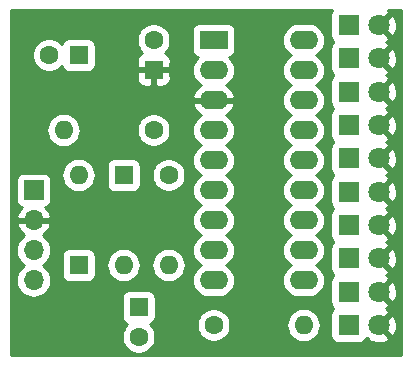
<source format=gbr>
G04 #@! TF.GenerationSoftware,KiCad,Pcbnew,(5.1.4-0-10_14)*
G04 #@! TF.CreationDate,2019-08-30T09:08:26-07:00*
G04 #@! TF.ProjectId,VUMeter,56554d65-7465-4722-9e6b-696361645f70,rev?*
G04 #@! TF.SameCoordinates,Original*
G04 #@! TF.FileFunction,Copper,L2,Bot*
G04 #@! TF.FilePolarity,Positive*
%FSLAX46Y46*%
G04 Gerber Fmt 4.6, Leading zero omitted, Abs format (unit mm)*
G04 Created by KiCad (PCBNEW (5.1.4-0-10_14)) date 2019-08-30 09:08:26*
%MOMM*%
%LPD*%
G04 APERTURE LIST*
%ADD10O,2.400000X1.600000*%
%ADD11R,2.400000X1.600000*%
%ADD12O,1.600000X1.600000*%
%ADD13C,1.600000*%
%ADD14O,1.700000X1.700000*%
%ADD15R,1.700000X1.700000*%
%ADD16R,1.600000X1.600000*%
%ADD17C,1.800000*%
%ADD18R,1.800000X1.800000*%
%ADD19C,0.254000*%
G04 APERTURE END LIST*
D10*
X90170000Y-72390000D03*
X82550000Y-92710000D03*
X90170000Y-74930000D03*
X82550000Y-90170000D03*
X90170000Y-77470000D03*
X82550000Y-87630000D03*
X90170000Y-80010000D03*
X82550000Y-85090000D03*
X90170000Y-82550000D03*
X82550000Y-82550000D03*
X90170000Y-85090000D03*
X82550000Y-80010000D03*
X90170000Y-87630000D03*
X82550000Y-77470000D03*
X90170000Y-90170000D03*
X82550000Y-74930000D03*
X90170000Y-92710000D03*
D11*
X82550000Y-72390000D03*
D12*
X90170000Y-96520000D03*
D13*
X82550000Y-96520000D03*
D12*
X69850000Y-80010000D03*
D13*
X77470000Y-80010000D03*
D12*
X78740000Y-91440000D03*
D13*
X78740000Y-83820000D03*
D14*
X67310000Y-92710000D03*
X67310000Y-90170000D03*
X67310000Y-87630000D03*
D15*
X67310000Y-85090000D03*
D12*
X71120000Y-83820000D03*
D16*
X71120000Y-91440000D03*
D17*
X96520000Y-96520000D03*
D18*
X93980000Y-96520000D03*
D12*
X74930000Y-91440000D03*
D16*
X74930000Y-83820000D03*
D17*
X96520000Y-93697776D03*
D18*
X93980000Y-93697776D03*
D17*
X96520000Y-90875554D03*
D18*
X93980000Y-90875554D03*
D17*
X96520000Y-88053332D03*
D18*
X93980000Y-88053332D03*
D17*
X96520000Y-85231110D03*
D18*
X93980000Y-85231110D03*
D17*
X96520000Y-82408888D03*
D18*
X93980000Y-82408888D03*
D17*
X96520000Y-79586666D03*
D18*
X93980000Y-79586666D03*
D17*
X96520000Y-76764444D03*
D18*
X93980000Y-76764444D03*
D17*
X96520000Y-73942222D03*
D18*
X93980000Y-73942222D03*
D17*
X96520000Y-71120000D03*
D18*
X93980000Y-71120000D03*
D13*
X68620000Y-73660000D03*
D16*
X71120000Y-73660000D03*
D13*
X76200000Y-97496000D03*
D16*
X76200000Y-94996000D03*
D13*
X77470000Y-72390000D03*
D16*
X77470000Y-74890000D03*
D19*
G36*
X92490498Y-69975820D02*
G01*
X92454188Y-70095518D01*
X92441928Y-70220000D01*
X92441928Y-72020000D01*
X92454188Y-72144482D01*
X92490498Y-72264180D01*
X92549463Y-72374494D01*
X92628815Y-72471185D01*
X92701835Y-72531111D01*
X92628815Y-72591037D01*
X92549463Y-72687728D01*
X92490498Y-72798042D01*
X92454188Y-72917740D01*
X92441928Y-73042222D01*
X92441928Y-74842222D01*
X92454188Y-74966704D01*
X92490498Y-75086402D01*
X92549463Y-75196716D01*
X92628815Y-75293407D01*
X92701835Y-75353333D01*
X92628815Y-75413259D01*
X92549463Y-75509950D01*
X92490498Y-75620264D01*
X92454188Y-75739962D01*
X92441928Y-75864444D01*
X92441928Y-77664444D01*
X92454188Y-77788926D01*
X92490498Y-77908624D01*
X92549463Y-78018938D01*
X92628815Y-78115629D01*
X92701835Y-78175555D01*
X92628815Y-78235481D01*
X92549463Y-78332172D01*
X92490498Y-78442486D01*
X92454188Y-78562184D01*
X92441928Y-78686666D01*
X92441928Y-80486666D01*
X92454188Y-80611148D01*
X92490498Y-80730846D01*
X92549463Y-80841160D01*
X92628815Y-80937851D01*
X92701835Y-80997777D01*
X92628815Y-81057703D01*
X92549463Y-81154394D01*
X92490498Y-81264708D01*
X92454188Y-81384406D01*
X92441928Y-81508888D01*
X92441928Y-83308888D01*
X92454188Y-83433370D01*
X92490498Y-83553068D01*
X92549463Y-83663382D01*
X92628815Y-83760073D01*
X92701835Y-83819999D01*
X92628815Y-83879925D01*
X92549463Y-83976616D01*
X92490498Y-84086930D01*
X92454188Y-84206628D01*
X92441928Y-84331110D01*
X92441928Y-86131110D01*
X92454188Y-86255592D01*
X92490498Y-86375290D01*
X92549463Y-86485604D01*
X92628815Y-86582295D01*
X92701835Y-86642221D01*
X92628815Y-86702147D01*
X92549463Y-86798838D01*
X92490498Y-86909152D01*
X92454188Y-87028850D01*
X92441928Y-87153332D01*
X92441928Y-88953332D01*
X92454188Y-89077814D01*
X92490498Y-89197512D01*
X92549463Y-89307826D01*
X92628815Y-89404517D01*
X92701835Y-89464443D01*
X92628815Y-89524369D01*
X92549463Y-89621060D01*
X92490498Y-89731374D01*
X92454188Y-89851072D01*
X92441928Y-89975554D01*
X92441928Y-91775554D01*
X92454188Y-91900036D01*
X92490498Y-92019734D01*
X92549463Y-92130048D01*
X92628815Y-92226739D01*
X92701835Y-92286665D01*
X92628815Y-92346591D01*
X92549463Y-92443282D01*
X92490498Y-92553596D01*
X92454188Y-92673294D01*
X92441928Y-92797776D01*
X92441928Y-94597776D01*
X92454188Y-94722258D01*
X92490498Y-94841956D01*
X92549463Y-94952270D01*
X92628815Y-95048961D01*
X92701836Y-95108888D01*
X92628815Y-95168815D01*
X92549463Y-95265506D01*
X92490498Y-95375820D01*
X92454188Y-95495518D01*
X92441928Y-95620000D01*
X92441928Y-97420000D01*
X92454188Y-97544482D01*
X92490498Y-97664180D01*
X92549463Y-97774494D01*
X92628815Y-97871185D01*
X92725506Y-97950537D01*
X92835820Y-98009502D01*
X92955518Y-98045812D01*
X93080000Y-98058072D01*
X94880000Y-98058072D01*
X95004482Y-98045812D01*
X95124180Y-98009502D01*
X95234494Y-97950537D01*
X95331185Y-97871185D01*
X95410537Y-97774494D01*
X95469502Y-97664180D01*
X95472813Y-97653265D01*
X95519578Y-97700030D01*
X95635526Y-97584082D01*
X95719208Y-97838261D01*
X95991775Y-97969158D01*
X96284642Y-98044365D01*
X96586553Y-98060991D01*
X96885907Y-98018397D01*
X97171199Y-97918222D01*
X97320792Y-97838261D01*
X97404475Y-97584080D01*
X96520000Y-96699605D01*
X96505858Y-96713748D01*
X96326253Y-96534143D01*
X96340395Y-96520000D01*
X96699605Y-96520000D01*
X97584080Y-97404475D01*
X97838261Y-97320792D01*
X97969158Y-97048225D01*
X98044365Y-96755358D01*
X98060991Y-96453447D01*
X98018397Y-96154093D01*
X97918222Y-95868801D01*
X97838261Y-95719208D01*
X97584080Y-95635525D01*
X96699605Y-96520000D01*
X96340395Y-96520000D01*
X96326253Y-96505858D01*
X96505858Y-96326253D01*
X96520000Y-96340395D01*
X97404475Y-95455920D01*
X97320792Y-95201739D01*
X97130422Y-95110316D01*
X97171199Y-95095998D01*
X97320792Y-95016037D01*
X97404475Y-94761856D01*
X96520000Y-93877381D01*
X96505858Y-93891524D01*
X96326253Y-93711919D01*
X96340395Y-93697776D01*
X96699605Y-93697776D01*
X97584080Y-94582251D01*
X97838261Y-94498568D01*
X97969158Y-94226001D01*
X98044365Y-93933134D01*
X98060991Y-93631223D01*
X98018397Y-93331869D01*
X97918222Y-93046577D01*
X97838261Y-92896984D01*
X97584080Y-92813301D01*
X96699605Y-93697776D01*
X96340395Y-93697776D01*
X96326253Y-93683634D01*
X96505858Y-93504029D01*
X96520000Y-93518171D01*
X97404475Y-92633696D01*
X97320792Y-92379515D01*
X97130424Y-92288093D01*
X97171199Y-92273776D01*
X97320792Y-92193815D01*
X97404475Y-91939634D01*
X96520000Y-91055159D01*
X96505858Y-91069302D01*
X96326253Y-90889697D01*
X96340395Y-90875554D01*
X96699605Y-90875554D01*
X97584080Y-91760029D01*
X97838261Y-91676346D01*
X97969158Y-91403779D01*
X98044365Y-91110912D01*
X98060991Y-90809001D01*
X98018397Y-90509647D01*
X97918222Y-90224355D01*
X97838261Y-90074762D01*
X97584080Y-89991079D01*
X96699605Y-90875554D01*
X96340395Y-90875554D01*
X96326253Y-90861412D01*
X96505858Y-90681807D01*
X96520000Y-90695949D01*
X97404475Y-89811474D01*
X97320792Y-89557293D01*
X97130424Y-89465871D01*
X97171199Y-89451554D01*
X97320792Y-89371593D01*
X97404475Y-89117412D01*
X96520000Y-88232937D01*
X96505858Y-88247080D01*
X96326253Y-88067475D01*
X96340395Y-88053332D01*
X96699605Y-88053332D01*
X97584080Y-88937807D01*
X97838261Y-88854124D01*
X97969158Y-88581557D01*
X98044365Y-88288690D01*
X98060991Y-87986779D01*
X98018397Y-87687425D01*
X97918222Y-87402133D01*
X97838261Y-87252540D01*
X97584080Y-87168857D01*
X96699605Y-88053332D01*
X96340395Y-88053332D01*
X96326253Y-88039190D01*
X96505858Y-87859585D01*
X96520000Y-87873727D01*
X97404475Y-86989252D01*
X97320792Y-86735071D01*
X97130424Y-86643649D01*
X97171199Y-86629332D01*
X97320792Y-86549371D01*
X97404475Y-86295190D01*
X96520000Y-85410715D01*
X96505858Y-85424858D01*
X96326253Y-85245253D01*
X96340395Y-85231110D01*
X96699605Y-85231110D01*
X97584080Y-86115585D01*
X97838261Y-86031902D01*
X97969158Y-85759335D01*
X98044365Y-85466468D01*
X98060991Y-85164557D01*
X98018397Y-84865203D01*
X97918222Y-84579911D01*
X97838261Y-84430318D01*
X97584080Y-84346635D01*
X96699605Y-85231110D01*
X96340395Y-85231110D01*
X96326253Y-85216968D01*
X96505858Y-85037363D01*
X96520000Y-85051505D01*
X97404475Y-84167030D01*
X97320792Y-83912849D01*
X97130424Y-83821427D01*
X97171199Y-83807110D01*
X97320792Y-83727149D01*
X97404475Y-83472968D01*
X96520000Y-82588493D01*
X96505858Y-82602636D01*
X96326253Y-82423031D01*
X96340395Y-82408888D01*
X96699605Y-82408888D01*
X97584080Y-83293363D01*
X97838261Y-83209680D01*
X97969158Y-82937113D01*
X98044365Y-82644246D01*
X98060991Y-82342335D01*
X98018397Y-82042981D01*
X97918222Y-81757689D01*
X97838261Y-81608096D01*
X97584080Y-81524413D01*
X96699605Y-82408888D01*
X96340395Y-82408888D01*
X96326253Y-82394746D01*
X96505858Y-82215141D01*
X96520000Y-82229283D01*
X97404475Y-81344808D01*
X97320792Y-81090627D01*
X97130424Y-80999205D01*
X97171199Y-80984888D01*
X97320792Y-80904927D01*
X97404475Y-80650746D01*
X96520000Y-79766271D01*
X96505858Y-79780414D01*
X96326253Y-79600809D01*
X96340395Y-79586666D01*
X96699605Y-79586666D01*
X97584080Y-80471141D01*
X97838261Y-80387458D01*
X97969158Y-80114891D01*
X98044365Y-79822024D01*
X98060991Y-79520113D01*
X98018397Y-79220759D01*
X97918222Y-78935467D01*
X97838261Y-78785874D01*
X97584080Y-78702191D01*
X96699605Y-79586666D01*
X96340395Y-79586666D01*
X96326253Y-79572524D01*
X96505858Y-79392919D01*
X96520000Y-79407061D01*
X97404475Y-78522586D01*
X97320792Y-78268405D01*
X97130424Y-78176983D01*
X97171199Y-78162666D01*
X97320792Y-78082705D01*
X97404475Y-77828524D01*
X96520000Y-76944049D01*
X96505858Y-76958192D01*
X96326253Y-76778587D01*
X96340395Y-76764444D01*
X96699605Y-76764444D01*
X97584080Y-77648919D01*
X97838261Y-77565236D01*
X97969158Y-77292669D01*
X98044365Y-76999802D01*
X98060991Y-76697891D01*
X98018397Y-76398537D01*
X97918222Y-76113245D01*
X97838261Y-75963652D01*
X97584080Y-75879969D01*
X96699605Y-76764444D01*
X96340395Y-76764444D01*
X96326253Y-76750302D01*
X96505858Y-76570697D01*
X96520000Y-76584839D01*
X97404475Y-75700364D01*
X97320792Y-75446183D01*
X97130424Y-75354761D01*
X97171199Y-75340444D01*
X97320792Y-75260483D01*
X97404475Y-75006302D01*
X96520000Y-74121827D01*
X96505858Y-74135970D01*
X96326253Y-73956365D01*
X96340395Y-73942222D01*
X96699605Y-73942222D01*
X97584080Y-74826697D01*
X97838261Y-74743014D01*
X97969158Y-74470447D01*
X98044365Y-74177580D01*
X98060991Y-73875669D01*
X98018397Y-73576315D01*
X97918222Y-73291023D01*
X97838261Y-73141430D01*
X97584080Y-73057747D01*
X96699605Y-73942222D01*
X96340395Y-73942222D01*
X96326253Y-73928080D01*
X96505858Y-73748475D01*
X96520000Y-73762617D01*
X97404475Y-72878142D01*
X97320792Y-72623961D01*
X97130424Y-72532539D01*
X97171199Y-72518222D01*
X97320792Y-72438261D01*
X97404475Y-72184080D01*
X96520000Y-71299605D01*
X96505858Y-71313748D01*
X96326253Y-71134143D01*
X96340395Y-71120000D01*
X96699605Y-71120000D01*
X97584080Y-72004475D01*
X97838261Y-71920792D01*
X97969158Y-71648225D01*
X98044365Y-71355358D01*
X98060991Y-71053447D01*
X98018397Y-70754093D01*
X97918222Y-70468801D01*
X97838261Y-70319208D01*
X97584080Y-70235525D01*
X96699605Y-71120000D01*
X96340395Y-71120000D01*
X96326253Y-71105858D01*
X96505858Y-70926253D01*
X96520000Y-70940395D01*
X97404475Y-70055920D01*
X97344911Y-69875000D01*
X98400000Y-69875000D01*
X98400001Y-99035000D01*
X65430000Y-99035000D01*
X65430000Y-94196000D01*
X74761928Y-94196000D01*
X74761928Y-95796000D01*
X74774188Y-95920482D01*
X74810498Y-96040180D01*
X74869463Y-96150494D01*
X74948815Y-96247185D01*
X75045506Y-96326537D01*
X75155820Y-96385502D01*
X75251943Y-96414661D01*
X75085363Y-96581241D01*
X74928320Y-96816273D01*
X74820147Y-97077426D01*
X74765000Y-97354665D01*
X74765000Y-97637335D01*
X74820147Y-97914574D01*
X74928320Y-98175727D01*
X75085363Y-98410759D01*
X75285241Y-98610637D01*
X75520273Y-98767680D01*
X75781426Y-98875853D01*
X76058665Y-98931000D01*
X76341335Y-98931000D01*
X76618574Y-98875853D01*
X76879727Y-98767680D01*
X77114759Y-98610637D01*
X77314637Y-98410759D01*
X77471680Y-98175727D01*
X77579853Y-97914574D01*
X77635000Y-97637335D01*
X77635000Y-97354665D01*
X77579853Y-97077426D01*
X77471680Y-96816273D01*
X77314637Y-96581241D01*
X77148057Y-96414661D01*
X77244180Y-96385502D01*
X77256970Y-96378665D01*
X81115000Y-96378665D01*
X81115000Y-96661335D01*
X81170147Y-96938574D01*
X81278320Y-97199727D01*
X81435363Y-97434759D01*
X81635241Y-97634637D01*
X81870273Y-97791680D01*
X82131426Y-97899853D01*
X82408665Y-97955000D01*
X82691335Y-97955000D01*
X82968574Y-97899853D01*
X83229727Y-97791680D01*
X83464759Y-97634637D01*
X83664637Y-97434759D01*
X83821680Y-97199727D01*
X83929853Y-96938574D01*
X83985000Y-96661335D01*
X83985000Y-96520000D01*
X88728057Y-96520000D01*
X88755764Y-96801309D01*
X88837818Y-97071808D01*
X88971068Y-97321101D01*
X89150392Y-97539608D01*
X89368899Y-97718932D01*
X89618192Y-97852182D01*
X89888691Y-97934236D01*
X90099508Y-97955000D01*
X90240492Y-97955000D01*
X90451309Y-97934236D01*
X90721808Y-97852182D01*
X90971101Y-97718932D01*
X91189608Y-97539608D01*
X91368932Y-97321101D01*
X91502182Y-97071808D01*
X91584236Y-96801309D01*
X91611943Y-96520000D01*
X91584236Y-96238691D01*
X91502182Y-95968192D01*
X91368932Y-95718899D01*
X91189608Y-95500392D01*
X90971101Y-95321068D01*
X90721808Y-95187818D01*
X90451309Y-95105764D01*
X90240492Y-95085000D01*
X90099508Y-95085000D01*
X89888691Y-95105764D01*
X89618192Y-95187818D01*
X89368899Y-95321068D01*
X89150392Y-95500392D01*
X88971068Y-95718899D01*
X88837818Y-95968192D01*
X88755764Y-96238691D01*
X88728057Y-96520000D01*
X83985000Y-96520000D01*
X83985000Y-96378665D01*
X83929853Y-96101426D01*
X83821680Y-95840273D01*
X83664637Y-95605241D01*
X83464759Y-95405363D01*
X83229727Y-95248320D01*
X82968574Y-95140147D01*
X82691335Y-95085000D01*
X82408665Y-95085000D01*
X82131426Y-95140147D01*
X81870273Y-95248320D01*
X81635241Y-95405363D01*
X81435363Y-95605241D01*
X81278320Y-95840273D01*
X81170147Y-96101426D01*
X81115000Y-96378665D01*
X77256970Y-96378665D01*
X77354494Y-96326537D01*
X77451185Y-96247185D01*
X77530537Y-96150494D01*
X77589502Y-96040180D01*
X77625812Y-95920482D01*
X77638072Y-95796000D01*
X77638072Y-94196000D01*
X77625812Y-94071518D01*
X77589502Y-93951820D01*
X77530537Y-93841506D01*
X77451185Y-93744815D01*
X77354494Y-93665463D01*
X77244180Y-93606498D01*
X77124482Y-93570188D01*
X77000000Y-93557928D01*
X75400000Y-93557928D01*
X75275518Y-93570188D01*
X75155820Y-93606498D01*
X75045506Y-93665463D01*
X74948815Y-93744815D01*
X74869463Y-93841506D01*
X74810498Y-93951820D01*
X74774188Y-94071518D01*
X74761928Y-94196000D01*
X65430000Y-94196000D01*
X65430000Y-90170000D01*
X65817815Y-90170000D01*
X65846487Y-90461111D01*
X65931401Y-90741034D01*
X66069294Y-90999014D01*
X66254866Y-91225134D01*
X66480986Y-91410706D01*
X66535791Y-91440000D01*
X66480986Y-91469294D01*
X66254866Y-91654866D01*
X66069294Y-91880986D01*
X65931401Y-92138966D01*
X65846487Y-92418889D01*
X65817815Y-92710000D01*
X65846487Y-93001111D01*
X65931401Y-93281034D01*
X66069294Y-93539014D01*
X66254866Y-93765134D01*
X66480986Y-93950706D01*
X66738966Y-94088599D01*
X67018889Y-94173513D01*
X67237050Y-94195000D01*
X67382950Y-94195000D01*
X67601111Y-94173513D01*
X67881034Y-94088599D01*
X68139014Y-93950706D01*
X68365134Y-93765134D01*
X68550706Y-93539014D01*
X68688599Y-93281034D01*
X68773513Y-93001111D01*
X68802185Y-92710000D01*
X68773513Y-92418889D01*
X68688599Y-92138966D01*
X68550706Y-91880986D01*
X68365134Y-91654866D01*
X68139014Y-91469294D01*
X68084209Y-91440000D01*
X68139014Y-91410706D01*
X68365134Y-91225134D01*
X68550706Y-90999014D01*
X68688599Y-90741034D01*
X68719247Y-90640000D01*
X69681928Y-90640000D01*
X69681928Y-92240000D01*
X69694188Y-92364482D01*
X69730498Y-92484180D01*
X69789463Y-92594494D01*
X69868815Y-92691185D01*
X69965506Y-92770537D01*
X70075820Y-92829502D01*
X70195518Y-92865812D01*
X70320000Y-92878072D01*
X71920000Y-92878072D01*
X72044482Y-92865812D01*
X72164180Y-92829502D01*
X72274494Y-92770537D01*
X72371185Y-92691185D01*
X72450537Y-92594494D01*
X72509502Y-92484180D01*
X72545812Y-92364482D01*
X72558072Y-92240000D01*
X72558072Y-91440000D01*
X73488057Y-91440000D01*
X73515764Y-91721309D01*
X73597818Y-91991808D01*
X73731068Y-92241101D01*
X73910392Y-92459608D01*
X74128899Y-92638932D01*
X74378192Y-92772182D01*
X74648691Y-92854236D01*
X74859508Y-92875000D01*
X75000492Y-92875000D01*
X75211309Y-92854236D01*
X75481808Y-92772182D01*
X75731101Y-92638932D01*
X75949608Y-92459608D01*
X76128932Y-92241101D01*
X76262182Y-91991808D01*
X76344236Y-91721309D01*
X76371943Y-91440000D01*
X77298057Y-91440000D01*
X77325764Y-91721309D01*
X77407818Y-91991808D01*
X77541068Y-92241101D01*
X77720392Y-92459608D01*
X77938899Y-92638932D01*
X78188192Y-92772182D01*
X78458691Y-92854236D01*
X78669508Y-92875000D01*
X78810492Y-92875000D01*
X79021309Y-92854236D01*
X79291808Y-92772182D01*
X79541101Y-92638932D01*
X79759608Y-92459608D01*
X79938932Y-92241101D01*
X80072182Y-91991808D01*
X80154236Y-91721309D01*
X80181943Y-91440000D01*
X80154236Y-91158691D01*
X80072182Y-90888192D01*
X79938932Y-90638899D01*
X79759608Y-90420392D01*
X79541101Y-90241068D01*
X79291808Y-90107818D01*
X79021309Y-90025764D01*
X78810492Y-90005000D01*
X78669508Y-90005000D01*
X78458691Y-90025764D01*
X78188192Y-90107818D01*
X77938899Y-90241068D01*
X77720392Y-90420392D01*
X77541068Y-90638899D01*
X77407818Y-90888192D01*
X77325764Y-91158691D01*
X77298057Y-91440000D01*
X76371943Y-91440000D01*
X76344236Y-91158691D01*
X76262182Y-90888192D01*
X76128932Y-90638899D01*
X75949608Y-90420392D01*
X75731101Y-90241068D01*
X75481808Y-90107818D01*
X75211309Y-90025764D01*
X75000492Y-90005000D01*
X74859508Y-90005000D01*
X74648691Y-90025764D01*
X74378192Y-90107818D01*
X74128899Y-90241068D01*
X73910392Y-90420392D01*
X73731068Y-90638899D01*
X73597818Y-90888192D01*
X73515764Y-91158691D01*
X73488057Y-91440000D01*
X72558072Y-91440000D01*
X72558072Y-90640000D01*
X72545812Y-90515518D01*
X72509502Y-90395820D01*
X72450537Y-90285506D01*
X72371185Y-90188815D01*
X72274494Y-90109463D01*
X72164180Y-90050498D01*
X72044482Y-90014188D01*
X71920000Y-90001928D01*
X70320000Y-90001928D01*
X70195518Y-90014188D01*
X70075820Y-90050498D01*
X69965506Y-90109463D01*
X69868815Y-90188815D01*
X69789463Y-90285506D01*
X69730498Y-90395820D01*
X69694188Y-90515518D01*
X69681928Y-90640000D01*
X68719247Y-90640000D01*
X68773513Y-90461111D01*
X68802185Y-90170000D01*
X68773513Y-89878889D01*
X68688599Y-89598966D01*
X68550706Y-89340986D01*
X68365134Y-89114866D01*
X68139014Y-88929294D01*
X68074477Y-88894799D01*
X68191355Y-88825178D01*
X68407588Y-88630269D01*
X68581641Y-88396920D01*
X68706825Y-88134099D01*
X68751476Y-87986890D01*
X68630155Y-87757000D01*
X67437000Y-87757000D01*
X67437000Y-87777000D01*
X67183000Y-87777000D01*
X67183000Y-87757000D01*
X65989845Y-87757000D01*
X65868524Y-87986890D01*
X65913175Y-88134099D01*
X66038359Y-88396920D01*
X66212412Y-88630269D01*
X66428645Y-88825178D01*
X66545523Y-88894799D01*
X66480986Y-88929294D01*
X66254866Y-89114866D01*
X66069294Y-89340986D01*
X65931401Y-89598966D01*
X65846487Y-89878889D01*
X65817815Y-90170000D01*
X65430000Y-90170000D01*
X65430000Y-84240000D01*
X65821928Y-84240000D01*
X65821928Y-85940000D01*
X65834188Y-86064482D01*
X65870498Y-86184180D01*
X65929463Y-86294494D01*
X66008815Y-86391185D01*
X66105506Y-86470537D01*
X66215820Y-86529502D01*
X66296466Y-86553966D01*
X66212412Y-86629731D01*
X66038359Y-86863080D01*
X65913175Y-87125901D01*
X65868524Y-87273110D01*
X65989845Y-87503000D01*
X67183000Y-87503000D01*
X67183000Y-87483000D01*
X67437000Y-87483000D01*
X67437000Y-87503000D01*
X68630155Y-87503000D01*
X68751476Y-87273110D01*
X68706825Y-87125901D01*
X68581641Y-86863080D01*
X68407588Y-86629731D01*
X68323534Y-86553966D01*
X68404180Y-86529502D01*
X68514494Y-86470537D01*
X68611185Y-86391185D01*
X68690537Y-86294494D01*
X68749502Y-86184180D01*
X68785812Y-86064482D01*
X68798072Y-85940000D01*
X68798072Y-84240000D01*
X68785812Y-84115518D01*
X68749502Y-83995820D01*
X68690537Y-83885506D01*
X68636778Y-83820000D01*
X69678057Y-83820000D01*
X69705764Y-84101309D01*
X69787818Y-84371808D01*
X69921068Y-84621101D01*
X70100392Y-84839608D01*
X70318899Y-85018932D01*
X70568192Y-85152182D01*
X70838691Y-85234236D01*
X71049508Y-85255000D01*
X71190492Y-85255000D01*
X71401309Y-85234236D01*
X71671808Y-85152182D01*
X71921101Y-85018932D01*
X72139608Y-84839608D01*
X72318932Y-84621101D01*
X72452182Y-84371808D01*
X72534236Y-84101309D01*
X72561943Y-83820000D01*
X72534236Y-83538691D01*
X72452182Y-83268192D01*
X72319521Y-83020000D01*
X73491928Y-83020000D01*
X73491928Y-84620000D01*
X73504188Y-84744482D01*
X73540498Y-84864180D01*
X73599463Y-84974494D01*
X73678815Y-85071185D01*
X73775506Y-85150537D01*
X73885820Y-85209502D01*
X74005518Y-85245812D01*
X74130000Y-85258072D01*
X75730000Y-85258072D01*
X75854482Y-85245812D01*
X75974180Y-85209502D01*
X76084494Y-85150537D01*
X76181185Y-85071185D01*
X76260537Y-84974494D01*
X76319502Y-84864180D01*
X76355812Y-84744482D01*
X76368072Y-84620000D01*
X76368072Y-83678665D01*
X77305000Y-83678665D01*
X77305000Y-83961335D01*
X77360147Y-84238574D01*
X77468320Y-84499727D01*
X77625363Y-84734759D01*
X77825241Y-84934637D01*
X78060273Y-85091680D01*
X78321426Y-85199853D01*
X78598665Y-85255000D01*
X78881335Y-85255000D01*
X79158574Y-85199853D01*
X79419727Y-85091680D01*
X79654759Y-84934637D01*
X79854637Y-84734759D01*
X80011680Y-84499727D01*
X80119853Y-84238574D01*
X80175000Y-83961335D01*
X80175000Y-83678665D01*
X80119853Y-83401426D01*
X80011680Y-83140273D01*
X79854637Y-82905241D01*
X79654759Y-82705363D01*
X79419727Y-82548320D01*
X79158574Y-82440147D01*
X78881335Y-82385000D01*
X78598665Y-82385000D01*
X78321426Y-82440147D01*
X78060273Y-82548320D01*
X77825241Y-82705363D01*
X77625363Y-82905241D01*
X77468320Y-83140273D01*
X77360147Y-83401426D01*
X77305000Y-83678665D01*
X76368072Y-83678665D01*
X76368072Y-83020000D01*
X76355812Y-82895518D01*
X76319502Y-82775820D01*
X76260537Y-82665506D01*
X76181185Y-82568815D01*
X76084494Y-82489463D01*
X75974180Y-82430498D01*
X75854482Y-82394188D01*
X75730000Y-82381928D01*
X74130000Y-82381928D01*
X74005518Y-82394188D01*
X73885820Y-82430498D01*
X73775506Y-82489463D01*
X73678815Y-82568815D01*
X73599463Y-82665506D01*
X73540498Y-82775820D01*
X73504188Y-82895518D01*
X73491928Y-83020000D01*
X72319521Y-83020000D01*
X72318932Y-83018899D01*
X72139608Y-82800392D01*
X71921101Y-82621068D01*
X71671808Y-82487818D01*
X71401309Y-82405764D01*
X71190492Y-82385000D01*
X71049508Y-82385000D01*
X70838691Y-82405764D01*
X70568192Y-82487818D01*
X70318899Y-82621068D01*
X70100392Y-82800392D01*
X69921068Y-83018899D01*
X69787818Y-83268192D01*
X69705764Y-83538691D01*
X69678057Y-83820000D01*
X68636778Y-83820000D01*
X68611185Y-83788815D01*
X68514494Y-83709463D01*
X68404180Y-83650498D01*
X68284482Y-83614188D01*
X68160000Y-83601928D01*
X66460000Y-83601928D01*
X66335518Y-83614188D01*
X66215820Y-83650498D01*
X66105506Y-83709463D01*
X66008815Y-83788815D01*
X65929463Y-83885506D01*
X65870498Y-83995820D01*
X65834188Y-84115518D01*
X65821928Y-84240000D01*
X65430000Y-84240000D01*
X65430000Y-80010000D01*
X68408057Y-80010000D01*
X68435764Y-80291309D01*
X68517818Y-80561808D01*
X68651068Y-80811101D01*
X68830392Y-81029608D01*
X69048899Y-81208932D01*
X69298192Y-81342182D01*
X69568691Y-81424236D01*
X69779508Y-81445000D01*
X69920492Y-81445000D01*
X70131309Y-81424236D01*
X70401808Y-81342182D01*
X70651101Y-81208932D01*
X70869608Y-81029608D01*
X71048932Y-80811101D01*
X71182182Y-80561808D01*
X71264236Y-80291309D01*
X71291943Y-80010000D01*
X71278023Y-79868665D01*
X76035000Y-79868665D01*
X76035000Y-80151335D01*
X76090147Y-80428574D01*
X76198320Y-80689727D01*
X76355363Y-80924759D01*
X76555241Y-81124637D01*
X76790273Y-81281680D01*
X77051426Y-81389853D01*
X77328665Y-81445000D01*
X77611335Y-81445000D01*
X77888574Y-81389853D01*
X78149727Y-81281680D01*
X78384759Y-81124637D01*
X78584637Y-80924759D01*
X78741680Y-80689727D01*
X78849853Y-80428574D01*
X78905000Y-80151335D01*
X78905000Y-80010000D01*
X80708057Y-80010000D01*
X80735764Y-80291309D01*
X80817818Y-80561808D01*
X80951068Y-80811101D01*
X81130392Y-81029608D01*
X81348899Y-81208932D01*
X81481858Y-81280000D01*
X81348899Y-81351068D01*
X81130392Y-81530392D01*
X80951068Y-81748899D01*
X80817818Y-81998192D01*
X80735764Y-82268691D01*
X80708057Y-82550000D01*
X80735764Y-82831309D01*
X80817818Y-83101808D01*
X80951068Y-83351101D01*
X81130392Y-83569608D01*
X81348899Y-83748932D01*
X81481858Y-83820000D01*
X81348899Y-83891068D01*
X81130392Y-84070392D01*
X80951068Y-84288899D01*
X80817818Y-84538192D01*
X80735764Y-84808691D01*
X80708057Y-85090000D01*
X80735764Y-85371309D01*
X80817818Y-85641808D01*
X80951068Y-85891101D01*
X81130392Y-86109608D01*
X81348899Y-86288932D01*
X81481858Y-86360000D01*
X81348899Y-86431068D01*
X81130392Y-86610392D01*
X80951068Y-86828899D01*
X80817818Y-87078192D01*
X80735764Y-87348691D01*
X80708057Y-87630000D01*
X80735764Y-87911309D01*
X80817818Y-88181808D01*
X80951068Y-88431101D01*
X81130392Y-88649608D01*
X81348899Y-88828932D01*
X81481858Y-88900000D01*
X81348899Y-88971068D01*
X81130392Y-89150392D01*
X80951068Y-89368899D01*
X80817818Y-89618192D01*
X80735764Y-89888691D01*
X80708057Y-90170000D01*
X80735764Y-90451309D01*
X80817818Y-90721808D01*
X80951068Y-90971101D01*
X81130392Y-91189608D01*
X81348899Y-91368932D01*
X81481858Y-91440000D01*
X81348899Y-91511068D01*
X81130392Y-91690392D01*
X80951068Y-91908899D01*
X80817818Y-92158192D01*
X80735764Y-92428691D01*
X80708057Y-92710000D01*
X80735764Y-92991309D01*
X80817818Y-93261808D01*
X80951068Y-93511101D01*
X81130392Y-93729608D01*
X81348899Y-93908932D01*
X81598192Y-94042182D01*
X81868691Y-94124236D01*
X82079508Y-94145000D01*
X83020492Y-94145000D01*
X83231309Y-94124236D01*
X83501808Y-94042182D01*
X83751101Y-93908932D01*
X83969608Y-93729608D01*
X84148932Y-93511101D01*
X84282182Y-93261808D01*
X84364236Y-92991309D01*
X84391943Y-92710000D01*
X84364236Y-92428691D01*
X84282182Y-92158192D01*
X84148932Y-91908899D01*
X83969608Y-91690392D01*
X83751101Y-91511068D01*
X83618142Y-91440000D01*
X83751101Y-91368932D01*
X83969608Y-91189608D01*
X84148932Y-90971101D01*
X84282182Y-90721808D01*
X84364236Y-90451309D01*
X84391943Y-90170000D01*
X84364236Y-89888691D01*
X84282182Y-89618192D01*
X84148932Y-89368899D01*
X83969608Y-89150392D01*
X83751101Y-88971068D01*
X83618142Y-88900000D01*
X83751101Y-88828932D01*
X83969608Y-88649608D01*
X84148932Y-88431101D01*
X84282182Y-88181808D01*
X84364236Y-87911309D01*
X84391943Y-87630000D01*
X84364236Y-87348691D01*
X84282182Y-87078192D01*
X84148932Y-86828899D01*
X83969608Y-86610392D01*
X83751101Y-86431068D01*
X83618142Y-86360000D01*
X83751101Y-86288932D01*
X83969608Y-86109608D01*
X84148932Y-85891101D01*
X84282182Y-85641808D01*
X84364236Y-85371309D01*
X84391943Y-85090000D01*
X84364236Y-84808691D01*
X84282182Y-84538192D01*
X84148932Y-84288899D01*
X83969608Y-84070392D01*
X83751101Y-83891068D01*
X83618142Y-83820000D01*
X83751101Y-83748932D01*
X83969608Y-83569608D01*
X84148932Y-83351101D01*
X84282182Y-83101808D01*
X84364236Y-82831309D01*
X84391943Y-82550000D01*
X84364236Y-82268691D01*
X84282182Y-81998192D01*
X84148932Y-81748899D01*
X83969608Y-81530392D01*
X83751101Y-81351068D01*
X83618142Y-81280000D01*
X83751101Y-81208932D01*
X83969608Y-81029608D01*
X84148932Y-80811101D01*
X84282182Y-80561808D01*
X84364236Y-80291309D01*
X84391943Y-80010000D01*
X84364236Y-79728691D01*
X84282182Y-79458192D01*
X84148932Y-79208899D01*
X83969608Y-78990392D01*
X83751101Y-78811068D01*
X83623259Y-78742735D01*
X83852839Y-78592601D01*
X84054500Y-78394895D01*
X84213715Y-78161646D01*
X84324367Y-77901818D01*
X84341904Y-77819039D01*
X84219915Y-77597000D01*
X82677000Y-77597000D01*
X82677000Y-77617000D01*
X82423000Y-77617000D01*
X82423000Y-77597000D01*
X80880085Y-77597000D01*
X80758096Y-77819039D01*
X80775633Y-77901818D01*
X80886285Y-78161646D01*
X81045500Y-78394895D01*
X81247161Y-78592601D01*
X81476741Y-78742735D01*
X81348899Y-78811068D01*
X81130392Y-78990392D01*
X80951068Y-79208899D01*
X80817818Y-79458192D01*
X80735764Y-79728691D01*
X80708057Y-80010000D01*
X78905000Y-80010000D01*
X78905000Y-79868665D01*
X78849853Y-79591426D01*
X78741680Y-79330273D01*
X78584637Y-79095241D01*
X78384759Y-78895363D01*
X78149727Y-78738320D01*
X77888574Y-78630147D01*
X77611335Y-78575000D01*
X77328665Y-78575000D01*
X77051426Y-78630147D01*
X76790273Y-78738320D01*
X76555241Y-78895363D01*
X76355363Y-79095241D01*
X76198320Y-79330273D01*
X76090147Y-79591426D01*
X76035000Y-79868665D01*
X71278023Y-79868665D01*
X71264236Y-79728691D01*
X71182182Y-79458192D01*
X71048932Y-79208899D01*
X70869608Y-78990392D01*
X70651101Y-78811068D01*
X70401808Y-78677818D01*
X70131309Y-78595764D01*
X69920492Y-78575000D01*
X69779508Y-78575000D01*
X69568691Y-78595764D01*
X69298192Y-78677818D01*
X69048899Y-78811068D01*
X68830392Y-78990392D01*
X68651068Y-79208899D01*
X68517818Y-79458192D01*
X68435764Y-79728691D01*
X68408057Y-80010000D01*
X65430000Y-80010000D01*
X65430000Y-75690000D01*
X76031928Y-75690000D01*
X76044188Y-75814482D01*
X76080498Y-75934180D01*
X76139463Y-76044494D01*
X76218815Y-76141185D01*
X76315506Y-76220537D01*
X76425820Y-76279502D01*
X76545518Y-76315812D01*
X76670000Y-76328072D01*
X77184250Y-76325000D01*
X77343000Y-76166250D01*
X77343000Y-75017000D01*
X77597000Y-75017000D01*
X77597000Y-76166250D01*
X77755750Y-76325000D01*
X78270000Y-76328072D01*
X78394482Y-76315812D01*
X78514180Y-76279502D01*
X78624494Y-76220537D01*
X78721185Y-76141185D01*
X78800537Y-76044494D01*
X78859502Y-75934180D01*
X78895812Y-75814482D01*
X78908072Y-75690000D01*
X78905000Y-75175750D01*
X78746250Y-75017000D01*
X77597000Y-75017000D01*
X77343000Y-75017000D01*
X76193750Y-75017000D01*
X76035000Y-75175750D01*
X76031928Y-75690000D01*
X65430000Y-75690000D01*
X65430000Y-73518665D01*
X67185000Y-73518665D01*
X67185000Y-73801335D01*
X67240147Y-74078574D01*
X67348320Y-74339727D01*
X67505363Y-74574759D01*
X67705241Y-74774637D01*
X67940273Y-74931680D01*
X68201426Y-75039853D01*
X68478665Y-75095000D01*
X68761335Y-75095000D01*
X69038574Y-75039853D01*
X69299727Y-74931680D01*
X69534759Y-74774637D01*
X69701339Y-74608057D01*
X69730498Y-74704180D01*
X69789463Y-74814494D01*
X69868815Y-74911185D01*
X69965506Y-74990537D01*
X70075820Y-75049502D01*
X70195518Y-75085812D01*
X70320000Y-75098072D01*
X71920000Y-75098072D01*
X72044482Y-75085812D01*
X72164180Y-75049502D01*
X72274494Y-74990537D01*
X72348258Y-74930000D01*
X80708057Y-74930000D01*
X80735764Y-75211309D01*
X80817818Y-75481808D01*
X80951068Y-75731101D01*
X81130392Y-75949608D01*
X81348899Y-76128932D01*
X81476741Y-76197265D01*
X81247161Y-76347399D01*
X81045500Y-76545105D01*
X80886285Y-76778354D01*
X80775633Y-77038182D01*
X80758096Y-77120961D01*
X80880085Y-77343000D01*
X82423000Y-77343000D01*
X82423000Y-77323000D01*
X82677000Y-77323000D01*
X82677000Y-77343000D01*
X84219915Y-77343000D01*
X84341904Y-77120961D01*
X84324367Y-77038182D01*
X84213715Y-76778354D01*
X84054500Y-76545105D01*
X83852839Y-76347399D01*
X83623259Y-76197265D01*
X83751101Y-76128932D01*
X83969608Y-75949608D01*
X84148932Y-75731101D01*
X84282182Y-75481808D01*
X84364236Y-75211309D01*
X84391943Y-74930000D01*
X84364236Y-74648691D01*
X84282182Y-74378192D01*
X84148932Y-74128899D01*
X83969608Y-73910392D01*
X83856518Y-73817581D01*
X83874482Y-73815812D01*
X83994180Y-73779502D01*
X84104494Y-73720537D01*
X84201185Y-73641185D01*
X84280537Y-73544494D01*
X84339502Y-73434180D01*
X84375812Y-73314482D01*
X84388072Y-73190000D01*
X84388072Y-72390000D01*
X88328057Y-72390000D01*
X88355764Y-72671309D01*
X88437818Y-72941808D01*
X88571068Y-73191101D01*
X88750392Y-73409608D01*
X88968899Y-73588932D01*
X89101858Y-73660000D01*
X88968899Y-73731068D01*
X88750392Y-73910392D01*
X88571068Y-74128899D01*
X88437818Y-74378192D01*
X88355764Y-74648691D01*
X88328057Y-74930000D01*
X88355764Y-75211309D01*
X88437818Y-75481808D01*
X88571068Y-75731101D01*
X88750392Y-75949608D01*
X88968899Y-76128932D01*
X89101858Y-76200000D01*
X88968899Y-76271068D01*
X88750392Y-76450392D01*
X88571068Y-76668899D01*
X88437818Y-76918192D01*
X88355764Y-77188691D01*
X88328057Y-77470000D01*
X88355764Y-77751309D01*
X88437818Y-78021808D01*
X88571068Y-78271101D01*
X88750392Y-78489608D01*
X88968899Y-78668932D01*
X89101858Y-78740000D01*
X88968899Y-78811068D01*
X88750392Y-78990392D01*
X88571068Y-79208899D01*
X88437818Y-79458192D01*
X88355764Y-79728691D01*
X88328057Y-80010000D01*
X88355764Y-80291309D01*
X88437818Y-80561808D01*
X88571068Y-80811101D01*
X88750392Y-81029608D01*
X88968899Y-81208932D01*
X89101858Y-81280000D01*
X88968899Y-81351068D01*
X88750392Y-81530392D01*
X88571068Y-81748899D01*
X88437818Y-81998192D01*
X88355764Y-82268691D01*
X88328057Y-82550000D01*
X88355764Y-82831309D01*
X88437818Y-83101808D01*
X88571068Y-83351101D01*
X88750392Y-83569608D01*
X88968899Y-83748932D01*
X89101858Y-83820000D01*
X88968899Y-83891068D01*
X88750392Y-84070392D01*
X88571068Y-84288899D01*
X88437818Y-84538192D01*
X88355764Y-84808691D01*
X88328057Y-85090000D01*
X88355764Y-85371309D01*
X88437818Y-85641808D01*
X88571068Y-85891101D01*
X88750392Y-86109608D01*
X88968899Y-86288932D01*
X89101858Y-86360000D01*
X88968899Y-86431068D01*
X88750392Y-86610392D01*
X88571068Y-86828899D01*
X88437818Y-87078192D01*
X88355764Y-87348691D01*
X88328057Y-87630000D01*
X88355764Y-87911309D01*
X88437818Y-88181808D01*
X88571068Y-88431101D01*
X88750392Y-88649608D01*
X88968899Y-88828932D01*
X89101858Y-88900000D01*
X88968899Y-88971068D01*
X88750392Y-89150392D01*
X88571068Y-89368899D01*
X88437818Y-89618192D01*
X88355764Y-89888691D01*
X88328057Y-90170000D01*
X88355764Y-90451309D01*
X88437818Y-90721808D01*
X88571068Y-90971101D01*
X88750392Y-91189608D01*
X88968899Y-91368932D01*
X89101858Y-91440000D01*
X88968899Y-91511068D01*
X88750392Y-91690392D01*
X88571068Y-91908899D01*
X88437818Y-92158192D01*
X88355764Y-92428691D01*
X88328057Y-92710000D01*
X88355764Y-92991309D01*
X88437818Y-93261808D01*
X88571068Y-93511101D01*
X88750392Y-93729608D01*
X88968899Y-93908932D01*
X89218192Y-94042182D01*
X89488691Y-94124236D01*
X89699508Y-94145000D01*
X90640492Y-94145000D01*
X90851309Y-94124236D01*
X91121808Y-94042182D01*
X91371101Y-93908932D01*
X91589608Y-93729608D01*
X91768932Y-93511101D01*
X91902182Y-93261808D01*
X91984236Y-92991309D01*
X92011943Y-92710000D01*
X91984236Y-92428691D01*
X91902182Y-92158192D01*
X91768932Y-91908899D01*
X91589608Y-91690392D01*
X91371101Y-91511068D01*
X91238142Y-91440000D01*
X91371101Y-91368932D01*
X91589608Y-91189608D01*
X91768932Y-90971101D01*
X91902182Y-90721808D01*
X91984236Y-90451309D01*
X92011943Y-90170000D01*
X91984236Y-89888691D01*
X91902182Y-89618192D01*
X91768932Y-89368899D01*
X91589608Y-89150392D01*
X91371101Y-88971068D01*
X91238142Y-88900000D01*
X91371101Y-88828932D01*
X91589608Y-88649608D01*
X91768932Y-88431101D01*
X91902182Y-88181808D01*
X91984236Y-87911309D01*
X92011943Y-87630000D01*
X91984236Y-87348691D01*
X91902182Y-87078192D01*
X91768932Y-86828899D01*
X91589608Y-86610392D01*
X91371101Y-86431068D01*
X91238142Y-86360000D01*
X91371101Y-86288932D01*
X91589608Y-86109608D01*
X91768932Y-85891101D01*
X91902182Y-85641808D01*
X91984236Y-85371309D01*
X92011943Y-85090000D01*
X91984236Y-84808691D01*
X91902182Y-84538192D01*
X91768932Y-84288899D01*
X91589608Y-84070392D01*
X91371101Y-83891068D01*
X91238142Y-83820000D01*
X91371101Y-83748932D01*
X91589608Y-83569608D01*
X91768932Y-83351101D01*
X91902182Y-83101808D01*
X91984236Y-82831309D01*
X92011943Y-82550000D01*
X91984236Y-82268691D01*
X91902182Y-81998192D01*
X91768932Y-81748899D01*
X91589608Y-81530392D01*
X91371101Y-81351068D01*
X91238142Y-81280000D01*
X91371101Y-81208932D01*
X91589608Y-81029608D01*
X91768932Y-80811101D01*
X91902182Y-80561808D01*
X91984236Y-80291309D01*
X92011943Y-80010000D01*
X91984236Y-79728691D01*
X91902182Y-79458192D01*
X91768932Y-79208899D01*
X91589608Y-78990392D01*
X91371101Y-78811068D01*
X91238142Y-78740000D01*
X91371101Y-78668932D01*
X91589608Y-78489608D01*
X91768932Y-78271101D01*
X91902182Y-78021808D01*
X91984236Y-77751309D01*
X92011943Y-77470000D01*
X91984236Y-77188691D01*
X91902182Y-76918192D01*
X91768932Y-76668899D01*
X91589608Y-76450392D01*
X91371101Y-76271068D01*
X91238142Y-76200000D01*
X91371101Y-76128932D01*
X91589608Y-75949608D01*
X91768932Y-75731101D01*
X91902182Y-75481808D01*
X91984236Y-75211309D01*
X92011943Y-74930000D01*
X91984236Y-74648691D01*
X91902182Y-74378192D01*
X91768932Y-74128899D01*
X91589608Y-73910392D01*
X91371101Y-73731068D01*
X91238142Y-73660000D01*
X91371101Y-73588932D01*
X91589608Y-73409608D01*
X91768932Y-73191101D01*
X91902182Y-72941808D01*
X91984236Y-72671309D01*
X92011943Y-72390000D01*
X91984236Y-72108691D01*
X91902182Y-71838192D01*
X91768932Y-71588899D01*
X91589608Y-71370392D01*
X91371101Y-71191068D01*
X91121808Y-71057818D01*
X90851309Y-70975764D01*
X90640492Y-70955000D01*
X89699508Y-70955000D01*
X89488691Y-70975764D01*
X89218192Y-71057818D01*
X88968899Y-71191068D01*
X88750392Y-71370392D01*
X88571068Y-71588899D01*
X88437818Y-71838192D01*
X88355764Y-72108691D01*
X88328057Y-72390000D01*
X84388072Y-72390000D01*
X84388072Y-71590000D01*
X84375812Y-71465518D01*
X84339502Y-71345820D01*
X84280537Y-71235506D01*
X84201185Y-71138815D01*
X84104494Y-71059463D01*
X83994180Y-71000498D01*
X83874482Y-70964188D01*
X83750000Y-70951928D01*
X81350000Y-70951928D01*
X81225518Y-70964188D01*
X81105820Y-71000498D01*
X80995506Y-71059463D01*
X80898815Y-71138815D01*
X80819463Y-71235506D01*
X80760498Y-71345820D01*
X80724188Y-71465518D01*
X80711928Y-71590000D01*
X80711928Y-73190000D01*
X80724188Y-73314482D01*
X80760498Y-73434180D01*
X80819463Y-73544494D01*
X80898815Y-73641185D01*
X80995506Y-73720537D01*
X81105820Y-73779502D01*
X81225518Y-73815812D01*
X81243482Y-73817581D01*
X81130392Y-73910392D01*
X80951068Y-74128899D01*
X80817818Y-74378192D01*
X80735764Y-74648691D01*
X80708057Y-74930000D01*
X72348258Y-74930000D01*
X72371185Y-74911185D01*
X72450537Y-74814494D01*
X72509502Y-74704180D01*
X72545812Y-74584482D01*
X72558072Y-74460000D01*
X72558072Y-74090000D01*
X76031928Y-74090000D01*
X76035000Y-74604250D01*
X76193750Y-74763000D01*
X77343000Y-74763000D01*
X77343000Y-74743000D01*
X77597000Y-74743000D01*
X77597000Y-74763000D01*
X78746250Y-74763000D01*
X78905000Y-74604250D01*
X78908072Y-74090000D01*
X78895812Y-73965518D01*
X78859502Y-73845820D01*
X78800537Y-73735506D01*
X78721185Y-73638815D01*
X78624494Y-73559463D01*
X78514180Y-73500498D01*
X78418057Y-73471339D01*
X78584637Y-73304759D01*
X78741680Y-73069727D01*
X78849853Y-72808574D01*
X78905000Y-72531335D01*
X78905000Y-72248665D01*
X78849853Y-71971426D01*
X78741680Y-71710273D01*
X78584637Y-71475241D01*
X78384759Y-71275363D01*
X78149727Y-71118320D01*
X77888574Y-71010147D01*
X77611335Y-70955000D01*
X77328665Y-70955000D01*
X77051426Y-71010147D01*
X76790273Y-71118320D01*
X76555241Y-71275363D01*
X76355363Y-71475241D01*
X76198320Y-71710273D01*
X76090147Y-71971426D01*
X76035000Y-72248665D01*
X76035000Y-72531335D01*
X76090147Y-72808574D01*
X76198320Y-73069727D01*
X76355363Y-73304759D01*
X76521943Y-73471339D01*
X76425820Y-73500498D01*
X76315506Y-73559463D01*
X76218815Y-73638815D01*
X76139463Y-73735506D01*
X76080498Y-73845820D01*
X76044188Y-73965518D01*
X76031928Y-74090000D01*
X72558072Y-74090000D01*
X72558072Y-72860000D01*
X72545812Y-72735518D01*
X72509502Y-72615820D01*
X72450537Y-72505506D01*
X72371185Y-72408815D01*
X72274494Y-72329463D01*
X72164180Y-72270498D01*
X72044482Y-72234188D01*
X71920000Y-72221928D01*
X70320000Y-72221928D01*
X70195518Y-72234188D01*
X70075820Y-72270498D01*
X69965506Y-72329463D01*
X69868815Y-72408815D01*
X69789463Y-72505506D01*
X69730498Y-72615820D01*
X69701339Y-72711943D01*
X69534759Y-72545363D01*
X69299727Y-72388320D01*
X69038574Y-72280147D01*
X68761335Y-72225000D01*
X68478665Y-72225000D01*
X68201426Y-72280147D01*
X67940273Y-72388320D01*
X67705241Y-72545363D01*
X67505363Y-72745241D01*
X67348320Y-72980273D01*
X67240147Y-73241426D01*
X67185000Y-73518665D01*
X65430000Y-73518665D01*
X65430000Y-69875000D01*
X92544388Y-69875000D01*
X92490498Y-69975820D01*
X92490498Y-69975820D01*
G37*
X92490498Y-69975820D02*
X92454188Y-70095518D01*
X92441928Y-70220000D01*
X92441928Y-72020000D01*
X92454188Y-72144482D01*
X92490498Y-72264180D01*
X92549463Y-72374494D01*
X92628815Y-72471185D01*
X92701835Y-72531111D01*
X92628815Y-72591037D01*
X92549463Y-72687728D01*
X92490498Y-72798042D01*
X92454188Y-72917740D01*
X92441928Y-73042222D01*
X92441928Y-74842222D01*
X92454188Y-74966704D01*
X92490498Y-75086402D01*
X92549463Y-75196716D01*
X92628815Y-75293407D01*
X92701835Y-75353333D01*
X92628815Y-75413259D01*
X92549463Y-75509950D01*
X92490498Y-75620264D01*
X92454188Y-75739962D01*
X92441928Y-75864444D01*
X92441928Y-77664444D01*
X92454188Y-77788926D01*
X92490498Y-77908624D01*
X92549463Y-78018938D01*
X92628815Y-78115629D01*
X92701835Y-78175555D01*
X92628815Y-78235481D01*
X92549463Y-78332172D01*
X92490498Y-78442486D01*
X92454188Y-78562184D01*
X92441928Y-78686666D01*
X92441928Y-80486666D01*
X92454188Y-80611148D01*
X92490498Y-80730846D01*
X92549463Y-80841160D01*
X92628815Y-80937851D01*
X92701835Y-80997777D01*
X92628815Y-81057703D01*
X92549463Y-81154394D01*
X92490498Y-81264708D01*
X92454188Y-81384406D01*
X92441928Y-81508888D01*
X92441928Y-83308888D01*
X92454188Y-83433370D01*
X92490498Y-83553068D01*
X92549463Y-83663382D01*
X92628815Y-83760073D01*
X92701835Y-83819999D01*
X92628815Y-83879925D01*
X92549463Y-83976616D01*
X92490498Y-84086930D01*
X92454188Y-84206628D01*
X92441928Y-84331110D01*
X92441928Y-86131110D01*
X92454188Y-86255592D01*
X92490498Y-86375290D01*
X92549463Y-86485604D01*
X92628815Y-86582295D01*
X92701835Y-86642221D01*
X92628815Y-86702147D01*
X92549463Y-86798838D01*
X92490498Y-86909152D01*
X92454188Y-87028850D01*
X92441928Y-87153332D01*
X92441928Y-88953332D01*
X92454188Y-89077814D01*
X92490498Y-89197512D01*
X92549463Y-89307826D01*
X92628815Y-89404517D01*
X92701835Y-89464443D01*
X92628815Y-89524369D01*
X92549463Y-89621060D01*
X92490498Y-89731374D01*
X92454188Y-89851072D01*
X92441928Y-89975554D01*
X92441928Y-91775554D01*
X92454188Y-91900036D01*
X92490498Y-92019734D01*
X92549463Y-92130048D01*
X92628815Y-92226739D01*
X92701835Y-92286665D01*
X92628815Y-92346591D01*
X92549463Y-92443282D01*
X92490498Y-92553596D01*
X92454188Y-92673294D01*
X92441928Y-92797776D01*
X92441928Y-94597776D01*
X92454188Y-94722258D01*
X92490498Y-94841956D01*
X92549463Y-94952270D01*
X92628815Y-95048961D01*
X92701836Y-95108888D01*
X92628815Y-95168815D01*
X92549463Y-95265506D01*
X92490498Y-95375820D01*
X92454188Y-95495518D01*
X92441928Y-95620000D01*
X92441928Y-97420000D01*
X92454188Y-97544482D01*
X92490498Y-97664180D01*
X92549463Y-97774494D01*
X92628815Y-97871185D01*
X92725506Y-97950537D01*
X92835820Y-98009502D01*
X92955518Y-98045812D01*
X93080000Y-98058072D01*
X94880000Y-98058072D01*
X95004482Y-98045812D01*
X95124180Y-98009502D01*
X95234494Y-97950537D01*
X95331185Y-97871185D01*
X95410537Y-97774494D01*
X95469502Y-97664180D01*
X95472813Y-97653265D01*
X95519578Y-97700030D01*
X95635526Y-97584082D01*
X95719208Y-97838261D01*
X95991775Y-97969158D01*
X96284642Y-98044365D01*
X96586553Y-98060991D01*
X96885907Y-98018397D01*
X97171199Y-97918222D01*
X97320792Y-97838261D01*
X97404475Y-97584080D01*
X96520000Y-96699605D01*
X96505858Y-96713748D01*
X96326253Y-96534143D01*
X96340395Y-96520000D01*
X96699605Y-96520000D01*
X97584080Y-97404475D01*
X97838261Y-97320792D01*
X97969158Y-97048225D01*
X98044365Y-96755358D01*
X98060991Y-96453447D01*
X98018397Y-96154093D01*
X97918222Y-95868801D01*
X97838261Y-95719208D01*
X97584080Y-95635525D01*
X96699605Y-96520000D01*
X96340395Y-96520000D01*
X96326253Y-96505858D01*
X96505858Y-96326253D01*
X96520000Y-96340395D01*
X97404475Y-95455920D01*
X97320792Y-95201739D01*
X97130422Y-95110316D01*
X97171199Y-95095998D01*
X97320792Y-95016037D01*
X97404475Y-94761856D01*
X96520000Y-93877381D01*
X96505858Y-93891524D01*
X96326253Y-93711919D01*
X96340395Y-93697776D01*
X96699605Y-93697776D01*
X97584080Y-94582251D01*
X97838261Y-94498568D01*
X97969158Y-94226001D01*
X98044365Y-93933134D01*
X98060991Y-93631223D01*
X98018397Y-93331869D01*
X97918222Y-93046577D01*
X97838261Y-92896984D01*
X97584080Y-92813301D01*
X96699605Y-93697776D01*
X96340395Y-93697776D01*
X96326253Y-93683634D01*
X96505858Y-93504029D01*
X96520000Y-93518171D01*
X97404475Y-92633696D01*
X97320792Y-92379515D01*
X97130424Y-92288093D01*
X97171199Y-92273776D01*
X97320792Y-92193815D01*
X97404475Y-91939634D01*
X96520000Y-91055159D01*
X96505858Y-91069302D01*
X96326253Y-90889697D01*
X96340395Y-90875554D01*
X96699605Y-90875554D01*
X97584080Y-91760029D01*
X97838261Y-91676346D01*
X97969158Y-91403779D01*
X98044365Y-91110912D01*
X98060991Y-90809001D01*
X98018397Y-90509647D01*
X97918222Y-90224355D01*
X97838261Y-90074762D01*
X97584080Y-89991079D01*
X96699605Y-90875554D01*
X96340395Y-90875554D01*
X96326253Y-90861412D01*
X96505858Y-90681807D01*
X96520000Y-90695949D01*
X97404475Y-89811474D01*
X97320792Y-89557293D01*
X97130424Y-89465871D01*
X97171199Y-89451554D01*
X97320792Y-89371593D01*
X97404475Y-89117412D01*
X96520000Y-88232937D01*
X96505858Y-88247080D01*
X96326253Y-88067475D01*
X96340395Y-88053332D01*
X96699605Y-88053332D01*
X97584080Y-88937807D01*
X97838261Y-88854124D01*
X97969158Y-88581557D01*
X98044365Y-88288690D01*
X98060991Y-87986779D01*
X98018397Y-87687425D01*
X97918222Y-87402133D01*
X97838261Y-87252540D01*
X97584080Y-87168857D01*
X96699605Y-88053332D01*
X96340395Y-88053332D01*
X96326253Y-88039190D01*
X96505858Y-87859585D01*
X96520000Y-87873727D01*
X97404475Y-86989252D01*
X97320792Y-86735071D01*
X97130424Y-86643649D01*
X97171199Y-86629332D01*
X97320792Y-86549371D01*
X97404475Y-86295190D01*
X96520000Y-85410715D01*
X96505858Y-85424858D01*
X96326253Y-85245253D01*
X96340395Y-85231110D01*
X96699605Y-85231110D01*
X97584080Y-86115585D01*
X97838261Y-86031902D01*
X97969158Y-85759335D01*
X98044365Y-85466468D01*
X98060991Y-85164557D01*
X98018397Y-84865203D01*
X97918222Y-84579911D01*
X97838261Y-84430318D01*
X97584080Y-84346635D01*
X96699605Y-85231110D01*
X96340395Y-85231110D01*
X96326253Y-85216968D01*
X96505858Y-85037363D01*
X96520000Y-85051505D01*
X97404475Y-84167030D01*
X97320792Y-83912849D01*
X97130424Y-83821427D01*
X97171199Y-83807110D01*
X97320792Y-83727149D01*
X97404475Y-83472968D01*
X96520000Y-82588493D01*
X96505858Y-82602636D01*
X96326253Y-82423031D01*
X96340395Y-82408888D01*
X96699605Y-82408888D01*
X97584080Y-83293363D01*
X97838261Y-83209680D01*
X97969158Y-82937113D01*
X98044365Y-82644246D01*
X98060991Y-82342335D01*
X98018397Y-82042981D01*
X97918222Y-81757689D01*
X97838261Y-81608096D01*
X97584080Y-81524413D01*
X96699605Y-82408888D01*
X96340395Y-82408888D01*
X96326253Y-82394746D01*
X96505858Y-82215141D01*
X96520000Y-82229283D01*
X97404475Y-81344808D01*
X97320792Y-81090627D01*
X97130424Y-80999205D01*
X97171199Y-80984888D01*
X97320792Y-80904927D01*
X97404475Y-80650746D01*
X96520000Y-79766271D01*
X96505858Y-79780414D01*
X96326253Y-79600809D01*
X96340395Y-79586666D01*
X96699605Y-79586666D01*
X97584080Y-80471141D01*
X97838261Y-80387458D01*
X97969158Y-80114891D01*
X98044365Y-79822024D01*
X98060991Y-79520113D01*
X98018397Y-79220759D01*
X97918222Y-78935467D01*
X97838261Y-78785874D01*
X97584080Y-78702191D01*
X96699605Y-79586666D01*
X96340395Y-79586666D01*
X96326253Y-79572524D01*
X96505858Y-79392919D01*
X96520000Y-79407061D01*
X97404475Y-78522586D01*
X97320792Y-78268405D01*
X97130424Y-78176983D01*
X97171199Y-78162666D01*
X97320792Y-78082705D01*
X97404475Y-77828524D01*
X96520000Y-76944049D01*
X96505858Y-76958192D01*
X96326253Y-76778587D01*
X96340395Y-76764444D01*
X96699605Y-76764444D01*
X97584080Y-77648919D01*
X97838261Y-77565236D01*
X97969158Y-77292669D01*
X98044365Y-76999802D01*
X98060991Y-76697891D01*
X98018397Y-76398537D01*
X97918222Y-76113245D01*
X97838261Y-75963652D01*
X97584080Y-75879969D01*
X96699605Y-76764444D01*
X96340395Y-76764444D01*
X96326253Y-76750302D01*
X96505858Y-76570697D01*
X96520000Y-76584839D01*
X97404475Y-75700364D01*
X97320792Y-75446183D01*
X97130424Y-75354761D01*
X97171199Y-75340444D01*
X97320792Y-75260483D01*
X97404475Y-75006302D01*
X96520000Y-74121827D01*
X96505858Y-74135970D01*
X96326253Y-73956365D01*
X96340395Y-73942222D01*
X96699605Y-73942222D01*
X97584080Y-74826697D01*
X97838261Y-74743014D01*
X97969158Y-74470447D01*
X98044365Y-74177580D01*
X98060991Y-73875669D01*
X98018397Y-73576315D01*
X97918222Y-73291023D01*
X97838261Y-73141430D01*
X97584080Y-73057747D01*
X96699605Y-73942222D01*
X96340395Y-73942222D01*
X96326253Y-73928080D01*
X96505858Y-73748475D01*
X96520000Y-73762617D01*
X97404475Y-72878142D01*
X97320792Y-72623961D01*
X97130424Y-72532539D01*
X97171199Y-72518222D01*
X97320792Y-72438261D01*
X97404475Y-72184080D01*
X96520000Y-71299605D01*
X96505858Y-71313748D01*
X96326253Y-71134143D01*
X96340395Y-71120000D01*
X96699605Y-71120000D01*
X97584080Y-72004475D01*
X97838261Y-71920792D01*
X97969158Y-71648225D01*
X98044365Y-71355358D01*
X98060991Y-71053447D01*
X98018397Y-70754093D01*
X97918222Y-70468801D01*
X97838261Y-70319208D01*
X97584080Y-70235525D01*
X96699605Y-71120000D01*
X96340395Y-71120000D01*
X96326253Y-71105858D01*
X96505858Y-70926253D01*
X96520000Y-70940395D01*
X97404475Y-70055920D01*
X97344911Y-69875000D01*
X98400000Y-69875000D01*
X98400001Y-99035000D01*
X65430000Y-99035000D01*
X65430000Y-94196000D01*
X74761928Y-94196000D01*
X74761928Y-95796000D01*
X74774188Y-95920482D01*
X74810498Y-96040180D01*
X74869463Y-96150494D01*
X74948815Y-96247185D01*
X75045506Y-96326537D01*
X75155820Y-96385502D01*
X75251943Y-96414661D01*
X75085363Y-96581241D01*
X74928320Y-96816273D01*
X74820147Y-97077426D01*
X74765000Y-97354665D01*
X74765000Y-97637335D01*
X74820147Y-97914574D01*
X74928320Y-98175727D01*
X75085363Y-98410759D01*
X75285241Y-98610637D01*
X75520273Y-98767680D01*
X75781426Y-98875853D01*
X76058665Y-98931000D01*
X76341335Y-98931000D01*
X76618574Y-98875853D01*
X76879727Y-98767680D01*
X77114759Y-98610637D01*
X77314637Y-98410759D01*
X77471680Y-98175727D01*
X77579853Y-97914574D01*
X77635000Y-97637335D01*
X77635000Y-97354665D01*
X77579853Y-97077426D01*
X77471680Y-96816273D01*
X77314637Y-96581241D01*
X77148057Y-96414661D01*
X77244180Y-96385502D01*
X77256970Y-96378665D01*
X81115000Y-96378665D01*
X81115000Y-96661335D01*
X81170147Y-96938574D01*
X81278320Y-97199727D01*
X81435363Y-97434759D01*
X81635241Y-97634637D01*
X81870273Y-97791680D01*
X82131426Y-97899853D01*
X82408665Y-97955000D01*
X82691335Y-97955000D01*
X82968574Y-97899853D01*
X83229727Y-97791680D01*
X83464759Y-97634637D01*
X83664637Y-97434759D01*
X83821680Y-97199727D01*
X83929853Y-96938574D01*
X83985000Y-96661335D01*
X83985000Y-96520000D01*
X88728057Y-96520000D01*
X88755764Y-96801309D01*
X88837818Y-97071808D01*
X88971068Y-97321101D01*
X89150392Y-97539608D01*
X89368899Y-97718932D01*
X89618192Y-97852182D01*
X89888691Y-97934236D01*
X90099508Y-97955000D01*
X90240492Y-97955000D01*
X90451309Y-97934236D01*
X90721808Y-97852182D01*
X90971101Y-97718932D01*
X91189608Y-97539608D01*
X91368932Y-97321101D01*
X91502182Y-97071808D01*
X91584236Y-96801309D01*
X91611943Y-96520000D01*
X91584236Y-96238691D01*
X91502182Y-95968192D01*
X91368932Y-95718899D01*
X91189608Y-95500392D01*
X90971101Y-95321068D01*
X90721808Y-95187818D01*
X90451309Y-95105764D01*
X90240492Y-95085000D01*
X90099508Y-95085000D01*
X89888691Y-95105764D01*
X89618192Y-95187818D01*
X89368899Y-95321068D01*
X89150392Y-95500392D01*
X88971068Y-95718899D01*
X88837818Y-95968192D01*
X88755764Y-96238691D01*
X88728057Y-96520000D01*
X83985000Y-96520000D01*
X83985000Y-96378665D01*
X83929853Y-96101426D01*
X83821680Y-95840273D01*
X83664637Y-95605241D01*
X83464759Y-95405363D01*
X83229727Y-95248320D01*
X82968574Y-95140147D01*
X82691335Y-95085000D01*
X82408665Y-95085000D01*
X82131426Y-95140147D01*
X81870273Y-95248320D01*
X81635241Y-95405363D01*
X81435363Y-95605241D01*
X81278320Y-95840273D01*
X81170147Y-96101426D01*
X81115000Y-96378665D01*
X77256970Y-96378665D01*
X77354494Y-96326537D01*
X77451185Y-96247185D01*
X77530537Y-96150494D01*
X77589502Y-96040180D01*
X77625812Y-95920482D01*
X77638072Y-95796000D01*
X77638072Y-94196000D01*
X77625812Y-94071518D01*
X77589502Y-93951820D01*
X77530537Y-93841506D01*
X77451185Y-93744815D01*
X77354494Y-93665463D01*
X77244180Y-93606498D01*
X77124482Y-93570188D01*
X77000000Y-93557928D01*
X75400000Y-93557928D01*
X75275518Y-93570188D01*
X75155820Y-93606498D01*
X75045506Y-93665463D01*
X74948815Y-93744815D01*
X74869463Y-93841506D01*
X74810498Y-93951820D01*
X74774188Y-94071518D01*
X74761928Y-94196000D01*
X65430000Y-94196000D01*
X65430000Y-90170000D01*
X65817815Y-90170000D01*
X65846487Y-90461111D01*
X65931401Y-90741034D01*
X66069294Y-90999014D01*
X66254866Y-91225134D01*
X66480986Y-91410706D01*
X66535791Y-91440000D01*
X66480986Y-91469294D01*
X66254866Y-91654866D01*
X66069294Y-91880986D01*
X65931401Y-92138966D01*
X65846487Y-92418889D01*
X65817815Y-92710000D01*
X65846487Y-93001111D01*
X65931401Y-93281034D01*
X66069294Y-93539014D01*
X66254866Y-93765134D01*
X66480986Y-93950706D01*
X66738966Y-94088599D01*
X67018889Y-94173513D01*
X67237050Y-94195000D01*
X67382950Y-94195000D01*
X67601111Y-94173513D01*
X67881034Y-94088599D01*
X68139014Y-93950706D01*
X68365134Y-93765134D01*
X68550706Y-93539014D01*
X68688599Y-93281034D01*
X68773513Y-93001111D01*
X68802185Y-92710000D01*
X68773513Y-92418889D01*
X68688599Y-92138966D01*
X68550706Y-91880986D01*
X68365134Y-91654866D01*
X68139014Y-91469294D01*
X68084209Y-91440000D01*
X68139014Y-91410706D01*
X68365134Y-91225134D01*
X68550706Y-90999014D01*
X68688599Y-90741034D01*
X68719247Y-90640000D01*
X69681928Y-90640000D01*
X69681928Y-92240000D01*
X69694188Y-92364482D01*
X69730498Y-92484180D01*
X69789463Y-92594494D01*
X69868815Y-92691185D01*
X69965506Y-92770537D01*
X70075820Y-92829502D01*
X70195518Y-92865812D01*
X70320000Y-92878072D01*
X71920000Y-92878072D01*
X72044482Y-92865812D01*
X72164180Y-92829502D01*
X72274494Y-92770537D01*
X72371185Y-92691185D01*
X72450537Y-92594494D01*
X72509502Y-92484180D01*
X72545812Y-92364482D01*
X72558072Y-92240000D01*
X72558072Y-91440000D01*
X73488057Y-91440000D01*
X73515764Y-91721309D01*
X73597818Y-91991808D01*
X73731068Y-92241101D01*
X73910392Y-92459608D01*
X74128899Y-92638932D01*
X74378192Y-92772182D01*
X74648691Y-92854236D01*
X74859508Y-92875000D01*
X75000492Y-92875000D01*
X75211309Y-92854236D01*
X75481808Y-92772182D01*
X75731101Y-92638932D01*
X75949608Y-92459608D01*
X76128932Y-92241101D01*
X76262182Y-91991808D01*
X76344236Y-91721309D01*
X76371943Y-91440000D01*
X77298057Y-91440000D01*
X77325764Y-91721309D01*
X77407818Y-91991808D01*
X77541068Y-92241101D01*
X77720392Y-92459608D01*
X77938899Y-92638932D01*
X78188192Y-92772182D01*
X78458691Y-92854236D01*
X78669508Y-92875000D01*
X78810492Y-92875000D01*
X79021309Y-92854236D01*
X79291808Y-92772182D01*
X79541101Y-92638932D01*
X79759608Y-92459608D01*
X79938932Y-92241101D01*
X80072182Y-91991808D01*
X80154236Y-91721309D01*
X80181943Y-91440000D01*
X80154236Y-91158691D01*
X80072182Y-90888192D01*
X79938932Y-90638899D01*
X79759608Y-90420392D01*
X79541101Y-90241068D01*
X79291808Y-90107818D01*
X79021309Y-90025764D01*
X78810492Y-90005000D01*
X78669508Y-90005000D01*
X78458691Y-90025764D01*
X78188192Y-90107818D01*
X77938899Y-90241068D01*
X77720392Y-90420392D01*
X77541068Y-90638899D01*
X77407818Y-90888192D01*
X77325764Y-91158691D01*
X77298057Y-91440000D01*
X76371943Y-91440000D01*
X76344236Y-91158691D01*
X76262182Y-90888192D01*
X76128932Y-90638899D01*
X75949608Y-90420392D01*
X75731101Y-90241068D01*
X75481808Y-90107818D01*
X75211309Y-90025764D01*
X75000492Y-90005000D01*
X74859508Y-90005000D01*
X74648691Y-90025764D01*
X74378192Y-90107818D01*
X74128899Y-90241068D01*
X73910392Y-90420392D01*
X73731068Y-90638899D01*
X73597818Y-90888192D01*
X73515764Y-91158691D01*
X73488057Y-91440000D01*
X72558072Y-91440000D01*
X72558072Y-90640000D01*
X72545812Y-90515518D01*
X72509502Y-90395820D01*
X72450537Y-90285506D01*
X72371185Y-90188815D01*
X72274494Y-90109463D01*
X72164180Y-90050498D01*
X72044482Y-90014188D01*
X71920000Y-90001928D01*
X70320000Y-90001928D01*
X70195518Y-90014188D01*
X70075820Y-90050498D01*
X69965506Y-90109463D01*
X69868815Y-90188815D01*
X69789463Y-90285506D01*
X69730498Y-90395820D01*
X69694188Y-90515518D01*
X69681928Y-90640000D01*
X68719247Y-90640000D01*
X68773513Y-90461111D01*
X68802185Y-90170000D01*
X68773513Y-89878889D01*
X68688599Y-89598966D01*
X68550706Y-89340986D01*
X68365134Y-89114866D01*
X68139014Y-88929294D01*
X68074477Y-88894799D01*
X68191355Y-88825178D01*
X68407588Y-88630269D01*
X68581641Y-88396920D01*
X68706825Y-88134099D01*
X68751476Y-87986890D01*
X68630155Y-87757000D01*
X67437000Y-87757000D01*
X67437000Y-87777000D01*
X67183000Y-87777000D01*
X67183000Y-87757000D01*
X65989845Y-87757000D01*
X65868524Y-87986890D01*
X65913175Y-88134099D01*
X66038359Y-88396920D01*
X66212412Y-88630269D01*
X66428645Y-88825178D01*
X66545523Y-88894799D01*
X66480986Y-88929294D01*
X66254866Y-89114866D01*
X66069294Y-89340986D01*
X65931401Y-89598966D01*
X65846487Y-89878889D01*
X65817815Y-90170000D01*
X65430000Y-90170000D01*
X65430000Y-84240000D01*
X65821928Y-84240000D01*
X65821928Y-85940000D01*
X65834188Y-86064482D01*
X65870498Y-86184180D01*
X65929463Y-86294494D01*
X66008815Y-86391185D01*
X66105506Y-86470537D01*
X66215820Y-86529502D01*
X66296466Y-86553966D01*
X66212412Y-86629731D01*
X66038359Y-86863080D01*
X65913175Y-87125901D01*
X65868524Y-87273110D01*
X65989845Y-87503000D01*
X67183000Y-87503000D01*
X67183000Y-87483000D01*
X67437000Y-87483000D01*
X67437000Y-87503000D01*
X68630155Y-87503000D01*
X68751476Y-87273110D01*
X68706825Y-87125901D01*
X68581641Y-86863080D01*
X68407588Y-86629731D01*
X68323534Y-86553966D01*
X68404180Y-86529502D01*
X68514494Y-86470537D01*
X68611185Y-86391185D01*
X68690537Y-86294494D01*
X68749502Y-86184180D01*
X68785812Y-86064482D01*
X68798072Y-85940000D01*
X68798072Y-84240000D01*
X68785812Y-84115518D01*
X68749502Y-83995820D01*
X68690537Y-83885506D01*
X68636778Y-83820000D01*
X69678057Y-83820000D01*
X69705764Y-84101309D01*
X69787818Y-84371808D01*
X69921068Y-84621101D01*
X70100392Y-84839608D01*
X70318899Y-85018932D01*
X70568192Y-85152182D01*
X70838691Y-85234236D01*
X71049508Y-85255000D01*
X71190492Y-85255000D01*
X71401309Y-85234236D01*
X71671808Y-85152182D01*
X71921101Y-85018932D01*
X72139608Y-84839608D01*
X72318932Y-84621101D01*
X72452182Y-84371808D01*
X72534236Y-84101309D01*
X72561943Y-83820000D01*
X72534236Y-83538691D01*
X72452182Y-83268192D01*
X72319521Y-83020000D01*
X73491928Y-83020000D01*
X73491928Y-84620000D01*
X73504188Y-84744482D01*
X73540498Y-84864180D01*
X73599463Y-84974494D01*
X73678815Y-85071185D01*
X73775506Y-85150537D01*
X73885820Y-85209502D01*
X74005518Y-85245812D01*
X74130000Y-85258072D01*
X75730000Y-85258072D01*
X75854482Y-85245812D01*
X75974180Y-85209502D01*
X76084494Y-85150537D01*
X76181185Y-85071185D01*
X76260537Y-84974494D01*
X76319502Y-84864180D01*
X76355812Y-84744482D01*
X76368072Y-84620000D01*
X76368072Y-83678665D01*
X77305000Y-83678665D01*
X77305000Y-83961335D01*
X77360147Y-84238574D01*
X77468320Y-84499727D01*
X77625363Y-84734759D01*
X77825241Y-84934637D01*
X78060273Y-85091680D01*
X78321426Y-85199853D01*
X78598665Y-85255000D01*
X78881335Y-85255000D01*
X79158574Y-85199853D01*
X79419727Y-85091680D01*
X79654759Y-84934637D01*
X79854637Y-84734759D01*
X80011680Y-84499727D01*
X80119853Y-84238574D01*
X80175000Y-83961335D01*
X80175000Y-83678665D01*
X80119853Y-83401426D01*
X80011680Y-83140273D01*
X79854637Y-82905241D01*
X79654759Y-82705363D01*
X79419727Y-82548320D01*
X79158574Y-82440147D01*
X78881335Y-82385000D01*
X78598665Y-82385000D01*
X78321426Y-82440147D01*
X78060273Y-82548320D01*
X77825241Y-82705363D01*
X77625363Y-82905241D01*
X77468320Y-83140273D01*
X77360147Y-83401426D01*
X77305000Y-83678665D01*
X76368072Y-83678665D01*
X76368072Y-83020000D01*
X76355812Y-82895518D01*
X76319502Y-82775820D01*
X76260537Y-82665506D01*
X76181185Y-82568815D01*
X76084494Y-82489463D01*
X75974180Y-82430498D01*
X75854482Y-82394188D01*
X75730000Y-82381928D01*
X74130000Y-82381928D01*
X74005518Y-82394188D01*
X73885820Y-82430498D01*
X73775506Y-82489463D01*
X73678815Y-82568815D01*
X73599463Y-82665506D01*
X73540498Y-82775820D01*
X73504188Y-82895518D01*
X73491928Y-83020000D01*
X72319521Y-83020000D01*
X72318932Y-83018899D01*
X72139608Y-82800392D01*
X71921101Y-82621068D01*
X71671808Y-82487818D01*
X71401309Y-82405764D01*
X71190492Y-82385000D01*
X71049508Y-82385000D01*
X70838691Y-82405764D01*
X70568192Y-82487818D01*
X70318899Y-82621068D01*
X70100392Y-82800392D01*
X69921068Y-83018899D01*
X69787818Y-83268192D01*
X69705764Y-83538691D01*
X69678057Y-83820000D01*
X68636778Y-83820000D01*
X68611185Y-83788815D01*
X68514494Y-83709463D01*
X68404180Y-83650498D01*
X68284482Y-83614188D01*
X68160000Y-83601928D01*
X66460000Y-83601928D01*
X66335518Y-83614188D01*
X66215820Y-83650498D01*
X66105506Y-83709463D01*
X66008815Y-83788815D01*
X65929463Y-83885506D01*
X65870498Y-83995820D01*
X65834188Y-84115518D01*
X65821928Y-84240000D01*
X65430000Y-84240000D01*
X65430000Y-80010000D01*
X68408057Y-80010000D01*
X68435764Y-80291309D01*
X68517818Y-80561808D01*
X68651068Y-80811101D01*
X68830392Y-81029608D01*
X69048899Y-81208932D01*
X69298192Y-81342182D01*
X69568691Y-81424236D01*
X69779508Y-81445000D01*
X69920492Y-81445000D01*
X70131309Y-81424236D01*
X70401808Y-81342182D01*
X70651101Y-81208932D01*
X70869608Y-81029608D01*
X71048932Y-80811101D01*
X71182182Y-80561808D01*
X71264236Y-80291309D01*
X71291943Y-80010000D01*
X71278023Y-79868665D01*
X76035000Y-79868665D01*
X76035000Y-80151335D01*
X76090147Y-80428574D01*
X76198320Y-80689727D01*
X76355363Y-80924759D01*
X76555241Y-81124637D01*
X76790273Y-81281680D01*
X77051426Y-81389853D01*
X77328665Y-81445000D01*
X77611335Y-81445000D01*
X77888574Y-81389853D01*
X78149727Y-81281680D01*
X78384759Y-81124637D01*
X78584637Y-80924759D01*
X78741680Y-80689727D01*
X78849853Y-80428574D01*
X78905000Y-80151335D01*
X78905000Y-80010000D01*
X80708057Y-80010000D01*
X80735764Y-80291309D01*
X80817818Y-80561808D01*
X80951068Y-80811101D01*
X81130392Y-81029608D01*
X81348899Y-81208932D01*
X81481858Y-81280000D01*
X81348899Y-81351068D01*
X81130392Y-81530392D01*
X80951068Y-81748899D01*
X80817818Y-81998192D01*
X80735764Y-82268691D01*
X80708057Y-82550000D01*
X80735764Y-82831309D01*
X80817818Y-83101808D01*
X80951068Y-83351101D01*
X81130392Y-83569608D01*
X81348899Y-83748932D01*
X81481858Y-83820000D01*
X81348899Y-83891068D01*
X81130392Y-84070392D01*
X80951068Y-84288899D01*
X80817818Y-84538192D01*
X80735764Y-84808691D01*
X80708057Y-85090000D01*
X80735764Y-85371309D01*
X80817818Y-85641808D01*
X80951068Y-85891101D01*
X81130392Y-86109608D01*
X81348899Y-86288932D01*
X81481858Y-86360000D01*
X81348899Y-86431068D01*
X81130392Y-86610392D01*
X80951068Y-86828899D01*
X80817818Y-87078192D01*
X80735764Y-87348691D01*
X80708057Y-87630000D01*
X80735764Y-87911309D01*
X80817818Y-88181808D01*
X80951068Y-88431101D01*
X81130392Y-88649608D01*
X81348899Y-88828932D01*
X81481858Y-88900000D01*
X81348899Y-88971068D01*
X81130392Y-89150392D01*
X80951068Y-89368899D01*
X80817818Y-89618192D01*
X80735764Y-89888691D01*
X80708057Y-90170000D01*
X80735764Y-90451309D01*
X80817818Y-90721808D01*
X80951068Y-90971101D01*
X81130392Y-91189608D01*
X81348899Y-91368932D01*
X81481858Y-91440000D01*
X81348899Y-91511068D01*
X81130392Y-91690392D01*
X80951068Y-91908899D01*
X80817818Y-92158192D01*
X80735764Y-92428691D01*
X80708057Y-92710000D01*
X80735764Y-92991309D01*
X80817818Y-93261808D01*
X80951068Y-93511101D01*
X81130392Y-93729608D01*
X81348899Y-93908932D01*
X81598192Y-94042182D01*
X81868691Y-94124236D01*
X82079508Y-94145000D01*
X83020492Y-94145000D01*
X83231309Y-94124236D01*
X83501808Y-94042182D01*
X83751101Y-93908932D01*
X83969608Y-93729608D01*
X84148932Y-93511101D01*
X84282182Y-93261808D01*
X84364236Y-92991309D01*
X84391943Y-92710000D01*
X84364236Y-92428691D01*
X84282182Y-92158192D01*
X84148932Y-91908899D01*
X83969608Y-91690392D01*
X83751101Y-91511068D01*
X83618142Y-91440000D01*
X83751101Y-91368932D01*
X83969608Y-91189608D01*
X84148932Y-90971101D01*
X84282182Y-90721808D01*
X84364236Y-90451309D01*
X84391943Y-90170000D01*
X84364236Y-89888691D01*
X84282182Y-89618192D01*
X84148932Y-89368899D01*
X83969608Y-89150392D01*
X83751101Y-88971068D01*
X83618142Y-88900000D01*
X83751101Y-88828932D01*
X83969608Y-88649608D01*
X84148932Y-88431101D01*
X84282182Y-88181808D01*
X84364236Y-87911309D01*
X84391943Y-87630000D01*
X84364236Y-87348691D01*
X84282182Y-87078192D01*
X84148932Y-86828899D01*
X83969608Y-86610392D01*
X83751101Y-86431068D01*
X83618142Y-86360000D01*
X83751101Y-86288932D01*
X83969608Y-86109608D01*
X84148932Y-85891101D01*
X84282182Y-85641808D01*
X84364236Y-85371309D01*
X84391943Y-85090000D01*
X84364236Y-84808691D01*
X84282182Y-84538192D01*
X84148932Y-84288899D01*
X83969608Y-84070392D01*
X83751101Y-83891068D01*
X83618142Y-83820000D01*
X83751101Y-83748932D01*
X83969608Y-83569608D01*
X84148932Y-83351101D01*
X84282182Y-83101808D01*
X84364236Y-82831309D01*
X84391943Y-82550000D01*
X84364236Y-82268691D01*
X84282182Y-81998192D01*
X84148932Y-81748899D01*
X83969608Y-81530392D01*
X83751101Y-81351068D01*
X83618142Y-81280000D01*
X83751101Y-81208932D01*
X83969608Y-81029608D01*
X84148932Y-80811101D01*
X84282182Y-80561808D01*
X84364236Y-80291309D01*
X84391943Y-80010000D01*
X84364236Y-79728691D01*
X84282182Y-79458192D01*
X84148932Y-79208899D01*
X83969608Y-78990392D01*
X83751101Y-78811068D01*
X83623259Y-78742735D01*
X83852839Y-78592601D01*
X84054500Y-78394895D01*
X84213715Y-78161646D01*
X84324367Y-77901818D01*
X84341904Y-77819039D01*
X84219915Y-77597000D01*
X82677000Y-77597000D01*
X82677000Y-77617000D01*
X82423000Y-77617000D01*
X82423000Y-77597000D01*
X80880085Y-77597000D01*
X80758096Y-77819039D01*
X80775633Y-77901818D01*
X80886285Y-78161646D01*
X81045500Y-78394895D01*
X81247161Y-78592601D01*
X81476741Y-78742735D01*
X81348899Y-78811068D01*
X81130392Y-78990392D01*
X80951068Y-79208899D01*
X80817818Y-79458192D01*
X80735764Y-79728691D01*
X80708057Y-80010000D01*
X78905000Y-80010000D01*
X78905000Y-79868665D01*
X78849853Y-79591426D01*
X78741680Y-79330273D01*
X78584637Y-79095241D01*
X78384759Y-78895363D01*
X78149727Y-78738320D01*
X77888574Y-78630147D01*
X77611335Y-78575000D01*
X77328665Y-78575000D01*
X77051426Y-78630147D01*
X76790273Y-78738320D01*
X76555241Y-78895363D01*
X76355363Y-79095241D01*
X76198320Y-79330273D01*
X76090147Y-79591426D01*
X76035000Y-79868665D01*
X71278023Y-79868665D01*
X71264236Y-79728691D01*
X71182182Y-79458192D01*
X71048932Y-79208899D01*
X70869608Y-78990392D01*
X70651101Y-78811068D01*
X70401808Y-78677818D01*
X70131309Y-78595764D01*
X69920492Y-78575000D01*
X69779508Y-78575000D01*
X69568691Y-78595764D01*
X69298192Y-78677818D01*
X69048899Y-78811068D01*
X68830392Y-78990392D01*
X68651068Y-79208899D01*
X68517818Y-79458192D01*
X68435764Y-79728691D01*
X68408057Y-80010000D01*
X65430000Y-80010000D01*
X65430000Y-75690000D01*
X76031928Y-75690000D01*
X76044188Y-75814482D01*
X76080498Y-75934180D01*
X76139463Y-76044494D01*
X76218815Y-76141185D01*
X76315506Y-76220537D01*
X76425820Y-76279502D01*
X76545518Y-76315812D01*
X76670000Y-76328072D01*
X77184250Y-76325000D01*
X77343000Y-76166250D01*
X77343000Y-75017000D01*
X77597000Y-75017000D01*
X77597000Y-76166250D01*
X77755750Y-76325000D01*
X78270000Y-76328072D01*
X78394482Y-76315812D01*
X78514180Y-76279502D01*
X78624494Y-76220537D01*
X78721185Y-76141185D01*
X78800537Y-76044494D01*
X78859502Y-75934180D01*
X78895812Y-75814482D01*
X78908072Y-75690000D01*
X78905000Y-75175750D01*
X78746250Y-75017000D01*
X77597000Y-75017000D01*
X77343000Y-75017000D01*
X76193750Y-75017000D01*
X76035000Y-75175750D01*
X76031928Y-75690000D01*
X65430000Y-75690000D01*
X65430000Y-73518665D01*
X67185000Y-73518665D01*
X67185000Y-73801335D01*
X67240147Y-74078574D01*
X67348320Y-74339727D01*
X67505363Y-74574759D01*
X67705241Y-74774637D01*
X67940273Y-74931680D01*
X68201426Y-75039853D01*
X68478665Y-75095000D01*
X68761335Y-75095000D01*
X69038574Y-75039853D01*
X69299727Y-74931680D01*
X69534759Y-74774637D01*
X69701339Y-74608057D01*
X69730498Y-74704180D01*
X69789463Y-74814494D01*
X69868815Y-74911185D01*
X69965506Y-74990537D01*
X70075820Y-75049502D01*
X70195518Y-75085812D01*
X70320000Y-75098072D01*
X71920000Y-75098072D01*
X72044482Y-75085812D01*
X72164180Y-75049502D01*
X72274494Y-74990537D01*
X72348258Y-74930000D01*
X80708057Y-74930000D01*
X80735764Y-75211309D01*
X80817818Y-75481808D01*
X80951068Y-75731101D01*
X81130392Y-75949608D01*
X81348899Y-76128932D01*
X81476741Y-76197265D01*
X81247161Y-76347399D01*
X81045500Y-76545105D01*
X80886285Y-76778354D01*
X80775633Y-77038182D01*
X80758096Y-77120961D01*
X80880085Y-77343000D01*
X82423000Y-77343000D01*
X82423000Y-77323000D01*
X82677000Y-77323000D01*
X82677000Y-77343000D01*
X84219915Y-77343000D01*
X84341904Y-77120961D01*
X84324367Y-77038182D01*
X84213715Y-76778354D01*
X84054500Y-76545105D01*
X83852839Y-76347399D01*
X83623259Y-76197265D01*
X83751101Y-76128932D01*
X83969608Y-75949608D01*
X84148932Y-75731101D01*
X84282182Y-75481808D01*
X84364236Y-75211309D01*
X84391943Y-74930000D01*
X84364236Y-74648691D01*
X84282182Y-74378192D01*
X84148932Y-74128899D01*
X83969608Y-73910392D01*
X83856518Y-73817581D01*
X83874482Y-73815812D01*
X83994180Y-73779502D01*
X84104494Y-73720537D01*
X84201185Y-73641185D01*
X84280537Y-73544494D01*
X84339502Y-73434180D01*
X84375812Y-73314482D01*
X84388072Y-73190000D01*
X84388072Y-72390000D01*
X88328057Y-72390000D01*
X88355764Y-72671309D01*
X88437818Y-72941808D01*
X88571068Y-73191101D01*
X88750392Y-73409608D01*
X88968899Y-73588932D01*
X89101858Y-73660000D01*
X88968899Y-73731068D01*
X88750392Y-73910392D01*
X88571068Y-74128899D01*
X88437818Y-74378192D01*
X88355764Y-74648691D01*
X88328057Y-74930000D01*
X88355764Y-75211309D01*
X88437818Y-75481808D01*
X88571068Y-75731101D01*
X88750392Y-75949608D01*
X88968899Y-76128932D01*
X89101858Y-76200000D01*
X88968899Y-76271068D01*
X88750392Y-76450392D01*
X88571068Y-76668899D01*
X88437818Y-76918192D01*
X88355764Y-77188691D01*
X88328057Y-77470000D01*
X88355764Y-77751309D01*
X88437818Y-78021808D01*
X88571068Y-78271101D01*
X88750392Y-78489608D01*
X88968899Y-78668932D01*
X89101858Y-78740000D01*
X88968899Y-78811068D01*
X88750392Y-78990392D01*
X88571068Y-79208899D01*
X88437818Y-79458192D01*
X88355764Y-79728691D01*
X88328057Y-80010000D01*
X88355764Y-80291309D01*
X88437818Y-80561808D01*
X88571068Y-80811101D01*
X88750392Y-81029608D01*
X88968899Y-81208932D01*
X89101858Y-81280000D01*
X88968899Y-81351068D01*
X88750392Y-81530392D01*
X88571068Y-81748899D01*
X88437818Y-81998192D01*
X88355764Y-82268691D01*
X88328057Y-82550000D01*
X88355764Y-82831309D01*
X88437818Y-83101808D01*
X88571068Y-83351101D01*
X88750392Y-83569608D01*
X88968899Y-83748932D01*
X89101858Y-83820000D01*
X88968899Y-83891068D01*
X88750392Y-84070392D01*
X88571068Y-84288899D01*
X88437818Y-84538192D01*
X88355764Y-84808691D01*
X88328057Y-85090000D01*
X88355764Y-85371309D01*
X88437818Y-85641808D01*
X88571068Y-85891101D01*
X88750392Y-86109608D01*
X88968899Y-86288932D01*
X89101858Y-86360000D01*
X88968899Y-86431068D01*
X88750392Y-86610392D01*
X88571068Y-86828899D01*
X88437818Y-87078192D01*
X88355764Y-87348691D01*
X88328057Y-87630000D01*
X88355764Y-87911309D01*
X88437818Y-88181808D01*
X88571068Y-88431101D01*
X88750392Y-88649608D01*
X88968899Y-88828932D01*
X89101858Y-88900000D01*
X88968899Y-88971068D01*
X88750392Y-89150392D01*
X88571068Y-89368899D01*
X88437818Y-89618192D01*
X88355764Y-89888691D01*
X88328057Y-90170000D01*
X88355764Y-90451309D01*
X88437818Y-90721808D01*
X88571068Y-90971101D01*
X88750392Y-91189608D01*
X88968899Y-91368932D01*
X89101858Y-91440000D01*
X88968899Y-91511068D01*
X88750392Y-91690392D01*
X88571068Y-91908899D01*
X88437818Y-92158192D01*
X88355764Y-92428691D01*
X88328057Y-92710000D01*
X88355764Y-92991309D01*
X88437818Y-93261808D01*
X88571068Y-93511101D01*
X88750392Y-93729608D01*
X88968899Y-93908932D01*
X89218192Y-94042182D01*
X89488691Y-94124236D01*
X89699508Y-94145000D01*
X90640492Y-94145000D01*
X90851309Y-94124236D01*
X91121808Y-94042182D01*
X91371101Y-93908932D01*
X91589608Y-93729608D01*
X91768932Y-93511101D01*
X91902182Y-93261808D01*
X91984236Y-92991309D01*
X92011943Y-92710000D01*
X91984236Y-92428691D01*
X91902182Y-92158192D01*
X91768932Y-91908899D01*
X91589608Y-91690392D01*
X91371101Y-91511068D01*
X91238142Y-91440000D01*
X91371101Y-91368932D01*
X91589608Y-91189608D01*
X91768932Y-90971101D01*
X91902182Y-90721808D01*
X91984236Y-90451309D01*
X92011943Y-90170000D01*
X91984236Y-89888691D01*
X91902182Y-89618192D01*
X91768932Y-89368899D01*
X91589608Y-89150392D01*
X91371101Y-88971068D01*
X91238142Y-88900000D01*
X91371101Y-88828932D01*
X91589608Y-88649608D01*
X91768932Y-88431101D01*
X91902182Y-88181808D01*
X91984236Y-87911309D01*
X92011943Y-87630000D01*
X91984236Y-87348691D01*
X91902182Y-87078192D01*
X91768932Y-86828899D01*
X91589608Y-86610392D01*
X91371101Y-86431068D01*
X91238142Y-86360000D01*
X91371101Y-86288932D01*
X91589608Y-86109608D01*
X91768932Y-85891101D01*
X91902182Y-85641808D01*
X91984236Y-85371309D01*
X92011943Y-85090000D01*
X91984236Y-84808691D01*
X91902182Y-84538192D01*
X91768932Y-84288899D01*
X91589608Y-84070392D01*
X91371101Y-83891068D01*
X91238142Y-83820000D01*
X91371101Y-83748932D01*
X91589608Y-83569608D01*
X91768932Y-83351101D01*
X91902182Y-83101808D01*
X91984236Y-82831309D01*
X92011943Y-82550000D01*
X91984236Y-82268691D01*
X91902182Y-81998192D01*
X91768932Y-81748899D01*
X91589608Y-81530392D01*
X91371101Y-81351068D01*
X91238142Y-81280000D01*
X91371101Y-81208932D01*
X91589608Y-81029608D01*
X91768932Y-80811101D01*
X91902182Y-80561808D01*
X91984236Y-80291309D01*
X92011943Y-80010000D01*
X91984236Y-79728691D01*
X91902182Y-79458192D01*
X91768932Y-79208899D01*
X91589608Y-78990392D01*
X91371101Y-78811068D01*
X91238142Y-78740000D01*
X91371101Y-78668932D01*
X91589608Y-78489608D01*
X91768932Y-78271101D01*
X91902182Y-78021808D01*
X91984236Y-77751309D01*
X92011943Y-77470000D01*
X91984236Y-77188691D01*
X91902182Y-76918192D01*
X91768932Y-76668899D01*
X91589608Y-76450392D01*
X91371101Y-76271068D01*
X91238142Y-76200000D01*
X91371101Y-76128932D01*
X91589608Y-75949608D01*
X91768932Y-75731101D01*
X91902182Y-75481808D01*
X91984236Y-75211309D01*
X92011943Y-74930000D01*
X91984236Y-74648691D01*
X91902182Y-74378192D01*
X91768932Y-74128899D01*
X91589608Y-73910392D01*
X91371101Y-73731068D01*
X91238142Y-73660000D01*
X91371101Y-73588932D01*
X91589608Y-73409608D01*
X91768932Y-73191101D01*
X91902182Y-72941808D01*
X91984236Y-72671309D01*
X92011943Y-72390000D01*
X91984236Y-72108691D01*
X91902182Y-71838192D01*
X91768932Y-71588899D01*
X91589608Y-71370392D01*
X91371101Y-71191068D01*
X91121808Y-71057818D01*
X90851309Y-70975764D01*
X90640492Y-70955000D01*
X89699508Y-70955000D01*
X89488691Y-70975764D01*
X89218192Y-71057818D01*
X88968899Y-71191068D01*
X88750392Y-71370392D01*
X88571068Y-71588899D01*
X88437818Y-71838192D01*
X88355764Y-72108691D01*
X88328057Y-72390000D01*
X84388072Y-72390000D01*
X84388072Y-71590000D01*
X84375812Y-71465518D01*
X84339502Y-71345820D01*
X84280537Y-71235506D01*
X84201185Y-71138815D01*
X84104494Y-71059463D01*
X83994180Y-71000498D01*
X83874482Y-70964188D01*
X83750000Y-70951928D01*
X81350000Y-70951928D01*
X81225518Y-70964188D01*
X81105820Y-71000498D01*
X80995506Y-71059463D01*
X80898815Y-71138815D01*
X80819463Y-71235506D01*
X80760498Y-71345820D01*
X80724188Y-71465518D01*
X80711928Y-71590000D01*
X80711928Y-73190000D01*
X80724188Y-73314482D01*
X80760498Y-73434180D01*
X80819463Y-73544494D01*
X80898815Y-73641185D01*
X80995506Y-73720537D01*
X81105820Y-73779502D01*
X81225518Y-73815812D01*
X81243482Y-73817581D01*
X81130392Y-73910392D01*
X80951068Y-74128899D01*
X80817818Y-74378192D01*
X80735764Y-74648691D01*
X80708057Y-74930000D01*
X72348258Y-74930000D01*
X72371185Y-74911185D01*
X72450537Y-74814494D01*
X72509502Y-74704180D01*
X72545812Y-74584482D01*
X72558072Y-74460000D01*
X72558072Y-74090000D01*
X76031928Y-74090000D01*
X76035000Y-74604250D01*
X76193750Y-74763000D01*
X77343000Y-74763000D01*
X77343000Y-74743000D01*
X77597000Y-74743000D01*
X77597000Y-74763000D01*
X78746250Y-74763000D01*
X78905000Y-74604250D01*
X78908072Y-74090000D01*
X78895812Y-73965518D01*
X78859502Y-73845820D01*
X78800537Y-73735506D01*
X78721185Y-73638815D01*
X78624494Y-73559463D01*
X78514180Y-73500498D01*
X78418057Y-73471339D01*
X78584637Y-73304759D01*
X78741680Y-73069727D01*
X78849853Y-72808574D01*
X78905000Y-72531335D01*
X78905000Y-72248665D01*
X78849853Y-71971426D01*
X78741680Y-71710273D01*
X78584637Y-71475241D01*
X78384759Y-71275363D01*
X78149727Y-71118320D01*
X77888574Y-71010147D01*
X77611335Y-70955000D01*
X77328665Y-70955000D01*
X77051426Y-71010147D01*
X76790273Y-71118320D01*
X76555241Y-71275363D01*
X76355363Y-71475241D01*
X76198320Y-71710273D01*
X76090147Y-71971426D01*
X76035000Y-72248665D01*
X76035000Y-72531335D01*
X76090147Y-72808574D01*
X76198320Y-73069727D01*
X76355363Y-73304759D01*
X76521943Y-73471339D01*
X76425820Y-73500498D01*
X76315506Y-73559463D01*
X76218815Y-73638815D01*
X76139463Y-73735506D01*
X76080498Y-73845820D01*
X76044188Y-73965518D01*
X76031928Y-74090000D01*
X72558072Y-74090000D01*
X72558072Y-72860000D01*
X72545812Y-72735518D01*
X72509502Y-72615820D01*
X72450537Y-72505506D01*
X72371185Y-72408815D01*
X72274494Y-72329463D01*
X72164180Y-72270498D01*
X72044482Y-72234188D01*
X71920000Y-72221928D01*
X70320000Y-72221928D01*
X70195518Y-72234188D01*
X70075820Y-72270498D01*
X69965506Y-72329463D01*
X69868815Y-72408815D01*
X69789463Y-72505506D01*
X69730498Y-72615820D01*
X69701339Y-72711943D01*
X69534759Y-72545363D01*
X69299727Y-72388320D01*
X69038574Y-72280147D01*
X68761335Y-72225000D01*
X68478665Y-72225000D01*
X68201426Y-72280147D01*
X67940273Y-72388320D01*
X67705241Y-72545363D01*
X67505363Y-72745241D01*
X67348320Y-72980273D01*
X67240147Y-73241426D01*
X67185000Y-73518665D01*
X65430000Y-73518665D01*
X65430000Y-69875000D01*
X92544388Y-69875000D01*
X92490498Y-69975820D01*
M02*

</source>
